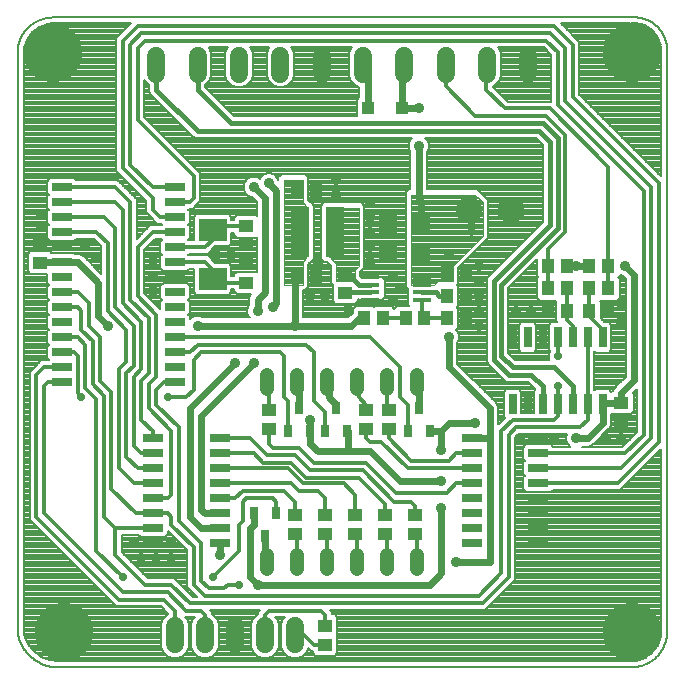
<source format=gtl>
G75*
%MOIN*%
%OFA0B0*%
%FSLAX25Y25*%
%IPPOS*%
%LPD*%
%AMOC8*
5,1,8,0,0,1.08239X$1,22.5*
%
%ADD10C,0.00800*%
%ADD11R,0.05118X0.04331*%
%ADD12R,0.06890X0.02756*%
%ADD13R,0.02756X0.06890*%
%ADD14R,0.04331X0.05118*%
%ADD15C,0.05906*%
%ADD16C,0.04800*%
%ADD17R,0.03150X0.03937*%
%ADD18R,0.06693X0.02559*%
%ADD19R,0.09449X0.07480*%
%ADD20R,0.06496X0.01772*%
%ADD21R,0.06299X0.16535*%
%ADD22R,0.06299X0.07087*%
%ADD23R,0.04331X0.04331*%
%ADD24C,0.08661*%
%ADD25OC8,0.08661*%
%ADD26C,0.03562*%
%ADD27C,0.19685*%
%ADD28C,0.02400*%
%ADD29C,0.00400*%
%ADD30C,0.01200*%
%ADD31C,0.02775*%
%ADD32C,0.01600*%
D10*
X0022335Y0015019D02*
X0022335Y0207933D01*
X0024335Y0207933D02*
X0024456Y0209468D01*
X0025405Y0212387D01*
X0027209Y0214870D01*
X0029692Y0216674D01*
X0032612Y0217623D01*
X0034146Y0217744D01*
X0060010Y0217744D01*
X0055135Y0212870D01*
X0055135Y0168547D01*
X0056424Y0167258D01*
X0065135Y0158547D01*
X0065135Y0154797D01*
X0066424Y0153508D01*
X0068924Y0151008D01*
X0070216Y0151008D01*
X0070516Y0150708D01*
X0070216Y0150408D01*
X0066424Y0150408D01*
X0065135Y0149120D01*
X0062035Y0146020D01*
X0062035Y0159120D01*
X0060747Y0160408D01*
X0055747Y0165408D01*
X0041955Y0165408D01*
X0041276Y0166088D01*
X0033257Y0166088D01*
X0032320Y0165151D01*
X0032320Y0161266D01*
X0032878Y0160708D01*
X0032320Y0160151D01*
X0032320Y0156266D01*
X0032878Y0155708D01*
X0032320Y0155151D01*
X0032320Y0151266D01*
X0032878Y0150708D01*
X0032320Y0150151D01*
X0032320Y0146266D01*
X0033257Y0145329D01*
X0041276Y0145329D01*
X0041955Y0146008D01*
X0047674Y0146008D01*
X0050135Y0143547D01*
X0050135Y0134368D01*
X0044709Y0139794D01*
X0043921Y0140582D01*
X0042892Y0141008D01*
X0041355Y0141008D01*
X0041276Y0141088D01*
X0033795Y0141088D01*
X0033057Y0141826D01*
X0026614Y0141826D01*
X0025676Y0140889D01*
X0025676Y0135233D01*
X0026614Y0134295D01*
X0032320Y0134295D01*
X0032320Y0131266D01*
X0032878Y0130708D01*
X0032320Y0130151D01*
X0032320Y0126266D01*
X0032878Y0125708D01*
X0032320Y0125151D01*
X0032320Y0121266D01*
X0032878Y0120708D01*
X0032320Y0120151D01*
X0032320Y0116266D01*
X0032878Y0115708D01*
X0032320Y0115151D01*
X0032320Y0111266D01*
X0032878Y0110708D01*
X0032320Y0110151D01*
X0032320Y0106266D01*
X0032878Y0105708D01*
X0032578Y0105408D01*
X0030174Y0105408D01*
X0027674Y0102908D01*
X0026385Y0101620D01*
X0026385Y0052297D01*
X0053885Y0024797D01*
X0055174Y0023508D01*
X0070174Y0023508D01*
X0072635Y0021047D01*
X0072635Y0020803D01*
X0072256Y0020646D01*
X0070976Y0019365D01*
X0070283Y0017692D01*
X0070283Y0009975D01*
X0070976Y0008302D01*
X0072256Y0007021D01*
X0073930Y0006328D01*
X0075741Y0006328D01*
X0077414Y0007021D01*
X0078695Y0008302D01*
X0079388Y0009975D01*
X0079388Y0017692D01*
X0078695Y0019365D01*
X0078302Y0019758D01*
X0081369Y0019758D01*
X0080976Y0019365D01*
X0080283Y0017692D01*
X0080283Y0009975D01*
X0080976Y0008302D01*
X0082256Y0007021D01*
X0083930Y0006328D01*
X0085741Y0006328D01*
X0087414Y0007021D01*
X0088695Y0008302D01*
X0089388Y0009975D01*
X0089388Y0017692D01*
X0088695Y0019365D01*
X0087414Y0020646D01*
X0087035Y0020803D01*
X0087035Y0021620D01*
X0086397Y0022258D01*
X0103274Y0022258D01*
X0102635Y0021620D01*
X0102635Y0020803D01*
X0102256Y0020646D01*
X0100976Y0019365D01*
X0100283Y0017692D01*
X0100283Y0009975D01*
X0100976Y0008302D01*
X0102256Y0007021D01*
X0103930Y0006328D01*
X0105741Y0006328D01*
X0107414Y0007021D01*
X0108695Y0008302D01*
X0109388Y0009975D01*
X0109388Y0017692D01*
X0108695Y0019365D01*
X0108302Y0019758D01*
X0111369Y0019758D01*
X0110976Y0019365D01*
X0110283Y0017692D01*
X0110283Y0009975D01*
X0110976Y0008302D01*
X0112256Y0007021D01*
X0113930Y0006328D01*
X0115741Y0006328D01*
X0117414Y0007021D01*
X0118695Y0008302D01*
X0119189Y0009494D01*
X0120174Y0008508D01*
X0120676Y0008508D01*
X0120676Y0007856D01*
X0121614Y0006918D01*
X0128057Y0006918D01*
X0128994Y0007856D01*
X0128994Y0013512D01*
X0128673Y0013833D01*
X0128994Y0014155D01*
X0128994Y0019811D01*
X0128057Y0020748D01*
X0127035Y0020748D01*
X0127035Y0021620D01*
X0126397Y0022258D01*
X0178247Y0022258D01*
X0179535Y0023547D01*
X0188285Y0032297D01*
X0188285Y0079797D01*
X0189497Y0081008D01*
X0205568Y0081008D01*
X0205204Y0080131D01*
X0205204Y0078786D01*
X0205719Y0077543D01*
X0206604Y0076658D01*
X0200843Y0076658D01*
X0200065Y0077436D01*
X0191850Y0077436D01*
X0190913Y0076499D01*
X0190913Y0072418D01*
X0191372Y0071958D01*
X0190913Y0071499D01*
X0190913Y0067418D01*
X0191372Y0066958D01*
X0190913Y0066499D01*
X0190913Y0062418D01*
X0191850Y0061480D01*
X0200065Y0061480D01*
X0200843Y0062258D01*
X0223247Y0062258D01*
X0236871Y0075883D01*
X0236871Y0015019D01*
X0236750Y0013485D01*
X0235802Y0010565D01*
X0233997Y0008082D01*
X0231514Y0006278D01*
X0228595Y0005329D01*
X0227060Y0005208D01*
X0038569Y0005208D01*
X0038446Y0005302D01*
X0037760Y0005208D01*
X0037068Y0005208D01*
X0037006Y0005146D01*
X0036084Y0005081D01*
X0033024Y0005467D01*
X0030168Y0006632D01*
X0027712Y0008497D01*
X0025822Y0010934D01*
X0024626Y0013777D01*
X0024335Y0015200D01*
X0024335Y0207933D01*
X0024335Y0207627D02*
X0055135Y0207627D01*
X0055135Y0206829D02*
X0024335Y0206829D01*
X0024335Y0206030D02*
X0055135Y0206030D01*
X0055135Y0205232D02*
X0024335Y0205232D01*
X0024335Y0204433D02*
X0055135Y0204433D01*
X0055135Y0203635D02*
X0024335Y0203635D01*
X0024335Y0202836D02*
X0055135Y0202836D01*
X0055135Y0202038D02*
X0024335Y0202038D01*
X0024335Y0201239D02*
X0055135Y0201239D01*
X0055135Y0200441D02*
X0024335Y0200441D01*
X0024335Y0199642D02*
X0055135Y0199642D01*
X0055135Y0198844D02*
X0024335Y0198844D01*
X0024335Y0198045D02*
X0055135Y0198045D01*
X0055135Y0197247D02*
X0024335Y0197247D01*
X0024335Y0196448D02*
X0055135Y0196448D01*
X0055135Y0195650D02*
X0024335Y0195650D01*
X0024335Y0194851D02*
X0055135Y0194851D01*
X0055135Y0194053D02*
X0024335Y0194053D01*
X0024335Y0193254D02*
X0055135Y0193254D01*
X0055135Y0192456D02*
X0024335Y0192456D01*
X0024335Y0191657D02*
X0055135Y0191657D01*
X0055135Y0190858D02*
X0024335Y0190858D01*
X0024335Y0190060D02*
X0055135Y0190060D01*
X0055135Y0189261D02*
X0024335Y0189261D01*
X0024335Y0188463D02*
X0055135Y0188463D01*
X0055135Y0187664D02*
X0024335Y0187664D01*
X0024335Y0186866D02*
X0055135Y0186866D01*
X0055135Y0186067D02*
X0024335Y0186067D01*
X0024335Y0185269D02*
X0055135Y0185269D01*
X0055135Y0184470D02*
X0024335Y0184470D01*
X0024335Y0183672D02*
X0055135Y0183672D01*
X0055135Y0182873D02*
X0024335Y0182873D01*
X0024335Y0182075D02*
X0055135Y0182075D01*
X0055135Y0181276D02*
X0024335Y0181276D01*
X0024335Y0180478D02*
X0055135Y0180478D01*
X0055135Y0179679D02*
X0024335Y0179679D01*
X0024335Y0178881D02*
X0055135Y0178881D01*
X0055135Y0178082D02*
X0024335Y0178082D01*
X0024335Y0177284D02*
X0055135Y0177284D01*
X0055135Y0176485D02*
X0024335Y0176485D01*
X0024335Y0175687D02*
X0055135Y0175687D01*
X0055135Y0174888D02*
X0024335Y0174888D01*
X0024335Y0174090D02*
X0055135Y0174090D01*
X0055135Y0173291D02*
X0024335Y0173291D01*
X0024335Y0172493D02*
X0055135Y0172493D01*
X0055135Y0171694D02*
X0024335Y0171694D01*
X0024335Y0170896D02*
X0055135Y0170896D01*
X0055135Y0170097D02*
X0024335Y0170097D01*
X0024335Y0169299D02*
X0055135Y0169299D01*
X0055182Y0168500D02*
X0024335Y0168500D01*
X0024335Y0167702D02*
X0055981Y0167702D01*
X0056779Y0166903D02*
X0024335Y0166903D01*
X0024335Y0166105D02*
X0057578Y0166105D01*
X0058376Y0165306D02*
X0055849Y0165306D01*
X0056647Y0164508D02*
X0059175Y0164508D01*
X0059973Y0163709D02*
X0057446Y0163709D01*
X0058244Y0162911D02*
X0060772Y0162911D01*
X0061570Y0162112D02*
X0059043Y0162112D01*
X0059841Y0161314D02*
X0062369Y0161314D01*
X0063167Y0160515D02*
X0060640Y0160515D01*
X0061438Y0159717D02*
X0063966Y0159717D01*
X0064764Y0158918D02*
X0062035Y0158918D01*
X0062035Y0158120D02*
X0065135Y0158120D01*
X0065135Y0157321D02*
X0062035Y0157321D01*
X0062035Y0156523D02*
X0065135Y0156523D01*
X0065135Y0155724D02*
X0062035Y0155724D01*
X0062035Y0154925D02*
X0065135Y0154925D01*
X0065805Y0154127D02*
X0062035Y0154127D01*
X0062035Y0153328D02*
X0066604Y0153328D01*
X0067403Y0152530D02*
X0062035Y0152530D01*
X0062035Y0151731D02*
X0068201Y0151731D01*
X0070291Y0150933D02*
X0062035Y0150933D01*
X0062035Y0150134D02*
X0066150Y0150134D01*
X0065352Y0149336D02*
X0062035Y0149336D01*
X0062035Y0148537D02*
X0064553Y0148537D01*
X0063755Y0147739D02*
X0062035Y0147739D01*
X0062035Y0146940D02*
X0062956Y0146940D01*
X0062158Y0146142D02*
X0062035Y0146142D01*
X0064535Y0142297D02*
X0068247Y0146008D01*
X0070216Y0146008D01*
X0070516Y0145708D01*
X0069958Y0145151D01*
X0069958Y0141266D01*
X0070516Y0140708D01*
X0069958Y0140151D01*
X0069958Y0136266D01*
X0070895Y0135329D01*
X0078914Y0135329D01*
X0079593Y0136008D01*
X0081011Y0136008D01*
X0081011Y0128235D01*
X0081948Y0127297D01*
X0092723Y0127297D01*
X0093660Y0128235D01*
X0093660Y0129109D01*
X0094426Y0129109D01*
X0094426Y0128481D01*
X0095364Y0127543D01*
X0100211Y0127543D01*
X0099962Y0127294D01*
X0099535Y0126265D01*
X0099535Y0123940D01*
X0099469Y0123874D01*
X0098954Y0122631D01*
X0098954Y0121286D01*
X0099469Y0120043D01*
X0099754Y0119758D01*
X0084317Y0119758D01*
X0084251Y0119825D01*
X0083008Y0120339D01*
X0081663Y0120339D01*
X0080420Y0119825D01*
X0079851Y0119255D01*
X0079851Y0120151D01*
X0079293Y0120708D01*
X0079851Y0121266D01*
X0079851Y0125151D01*
X0079293Y0125708D01*
X0079851Y0126266D01*
X0079851Y0130151D01*
X0078914Y0131088D01*
X0070895Y0131088D01*
X0069958Y0130151D01*
X0069958Y0126266D01*
X0070516Y0125708D01*
X0069958Y0125151D01*
X0069958Y0122447D01*
X0064535Y0127870D01*
X0064535Y0142297D01*
X0064535Y0142149D02*
X0069958Y0142149D01*
X0069958Y0141351D02*
X0064535Y0141351D01*
X0064535Y0140552D02*
X0070360Y0140552D01*
X0069958Y0139754D02*
X0064535Y0139754D01*
X0064535Y0138955D02*
X0069958Y0138955D01*
X0069958Y0138157D02*
X0064535Y0138157D01*
X0064535Y0137358D02*
X0069958Y0137358D01*
X0069958Y0136560D02*
X0064535Y0136560D01*
X0064535Y0135761D02*
X0070463Y0135761D01*
X0070777Y0130970D02*
X0064535Y0130970D01*
X0064535Y0130172D02*
X0069979Y0130172D01*
X0069958Y0129373D02*
X0064535Y0129373D01*
X0064535Y0128575D02*
X0069958Y0128575D01*
X0069958Y0127776D02*
X0064629Y0127776D01*
X0065427Y0126978D02*
X0069958Y0126978D01*
X0070045Y0126179D02*
X0066226Y0126179D01*
X0067024Y0125381D02*
X0070188Y0125381D01*
X0069958Y0124582D02*
X0067823Y0124582D01*
X0068621Y0123784D02*
X0069958Y0123784D01*
X0069958Y0122985D02*
X0069420Y0122985D01*
X0064535Y0131769D02*
X0081011Y0131769D01*
X0081011Y0132567D02*
X0064535Y0132567D01*
X0064535Y0133366D02*
X0081011Y0133366D01*
X0081011Y0134164D02*
X0064535Y0134164D01*
X0064535Y0134963D02*
X0081011Y0134963D01*
X0081011Y0135761D02*
X0079346Y0135761D01*
X0079593Y0140408D02*
X0079293Y0140708D01*
X0079593Y0141008D01*
X0085747Y0141008D01*
X0088177Y0143439D01*
X0092723Y0143439D01*
X0093660Y0144376D01*
X0093660Y0147908D01*
X0094426Y0147908D01*
X0094426Y0147280D01*
X0095364Y0146343D01*
X0101807Y0146343D01*
X0102035Y0146571D01*
X0102035Y0134846D01*
X0101807Y0135074D01*
X0095364Y0135074D01*
X0094426Y0134137D01*
X0094426Y0133509D01*
X0093660Y0133509D01*
X0093660Y0137040D01*
X0092723Y0137978D01*
X0088177Y0137978D01*
X0085747Y0140408D01*
X0079593Y0140408D01*
X0079449Y0140552D02*
X0102035Y0140552D01*
X0102035Y0139754D02*
X0086401Y0139754D01*
X0087200Y0138955D02*
X0102035Y0138955D01*
X0102035Y0138157D02*
X0087998Y0138157D01*
X0086089Y0141351D02*
X0102035Y0141351D01*
X0102035Y0142149D02*
X0086888Y0142149D01*
X0087686Y0142948D02*
X0102035Y0142948D01*
X0102035Y0143746D02*
X0093030Y0143746D01*
X0093660Y0144545D02*
X0102035Y0144545D01*
X0102035Y0145343D02*
X0093660Y0145343D01*
X0093660Y0146142D02*
X0102035Y0146142D01*
X0094766Y0146940D02*
X0093660Y0146940D01*
X0093660Y0147739D02*
X0094426Y0147739D01*
X0094426Y0152308D02*
X0093660Y0152308D01*
X0093660Y0153182D01*
X0092723Y0154119D01*
X0081948Y0154119D01*
X0081011Y0153182D01*
X0081011Y0145408D01*
X0079593Y0145408D01*
X0079293Y0145708D01*
X0079851Y0146266D01*
X0079851Y0150151D01*
X0079293Y0150708D01*
X0079851Y0151266D01*
X0079851Y0155151D01*
X0079293Y0155708D01*
X0079593Y0156008D01*
X0080747Y0156008D01*
X0081997Y0157258D01*
X0083285Y0158547D01*
X0083285Y0167870D01*
X0064535Y0186620D01*
X0064535Y0198947D01*
X0064736Y0198464D01*
X0066016Y0197183D01*
X0066185Y0197113D01*
X0066185Y0195231D01*
X0066551Y0194349D01*
X0067226Y0193674D01*
X0080976Y0179924D01*
X0081858Y0179558D01*
X0153904Y0179558D01*
X0153219Y0178874D01*
X0152704Y0177631D01*
X0152704Y0176286D01*
X0153219Y0175043D01*
X0153285Y0174977D01*
X0153285Y0162508D01*
X0152840Y0162508D01*
X0151785Y0161454D01*
X0151785Y0129963D01*
X0152399Y0129349D01*
X0152399Y0124160D01*
X0152941Y0123617D01*
X0148858Y0123617D01*
X0147960Y0122720D01*
X0147063Y0123617D01*
X0141407Y0123617D01*
X0141085Y0123296D01*
X0140764Y0123617D01*
X0135108Y0123617D01*
X0134170Y0122680D01*
X0134170Y0121503D01*
X0133712Y0121044D01*
X0132426Y0119758D01*
X0117635Y0119758D01*
X0117635Y0128908D01*
X0118081Y0128908D01*
X0118222Y0129049D01*
X0118264Y0129049D01*
X0119201Y0129987D01*
X0119201Y0136430D01*
X0119135Y0136496D01*
X0119135Y0137463D01*
X0120013Y0138341D01*
X0120242Y0138341D01*
X0121180Y0139278D01*
X0121180Y0157139D01*
X0120242Y0158076D01*
X0120013Y0158076D01*
X0119331Y0158758D01*
X0119201Y0158888D01*
X0119201Y0165180D01*
X0119135Y0165246D01*
X0119135Y0166454D01*
X0118081Y0167508D01*
X0110340Y0167508D01*
X0109285Y0166454D01*
X0109285Y0165568D01*
X0108952Y0166374D01*
X0108001Y0167325D01*
X0106758Y0167839D01*
X0105413Y0167839D01*
X0104170Y0167325D01*
X0103219Y0166374D01*
X0103068Y0166008D01*
X0103001Y0166075D01*
X0101758Y0166589D01*
X0100413Y0166589D01*
X0099170Y0166075D01*
X0098219Y0165124D01*
X0097704Y0163881D01*
X0097704Y0162536D01*
X0098219Y0161293D01*
X0099170Y0160342D01*
X0100413Y0159827D01*
X0100507Y0159827D01*
X0102035Y0158299D01*
X0102035Y0153645D01*
X0101807Y0153873D01*
X0095364Y0153873D01*
X0094426Y0152936D01*
X0094426Y0152308D01*
X0094426Y0152530D02*
X0093660Y0152530D01*
X0093513Y0153328D02*
X0094819Y0153328D01*
X0102035Y0154127D02*
X0079851Y0154127D01*
X0079851Y0154925D02*
X0102035Y0154925D01*
X0102035Y0155724D02*
X0079309Y0155724D01*
X0081261Y0156523D02*
X0102035Y0156523D01*
X0102035Y0157321D02*
X0082059Y0157321D01*
X0082858Y0158120D02*
X0102035Y0158120D01*
X0101416Y0158918D02*
X0083285Y0158918D01*
X0083285Y0159717D02*
X0100617Y0159717D01*
X0098997Y0160515D02*
X0083285Y0160515D01*
X0083285Y0161314D02*
X0098211Y0161314D01*
X0097880Y0162112D02*
X0083285Y0162112D01*
X0083285Y0162911D02*
X0097704Y0162911D01*
X0097704Y0163709D02*
X0083285Y0163709D01*
X0083285Y0164508D02*
X0097964Y0164508D01*
X0098402Y0165306D02*
X0083285Y0165306D01*
X0083285Y0166105D02*
X0099243Y0166105D01*
X0102928Y0166105D02*
X0103108Y0166105D01*
X0103749Y0166903D02*
X0083285Y0166903D01*
X0083285Y0167702D02*
X0105080Y0167702D01*
X0107091Y0167702D02*
X0153285Y0167702D01*
X0153285Y0168500D02*
X0082655Y0168500D01*
X0081856Y0169299D02*
X0153285Y0169299D01*
X0153285Y0170097D02*
X0081058Y0170097D01*
X0080259Y0170896D02*
X0153285Y0170896D01*
X0153285Y0171694D02*
X0079461Y0171694D01*
X0078662Y0172493D02*
X0153285Y0172493D01*
X0153285Y0173291D02*
X0077864Y0173291D01*
X0077065Y0174090D02*
X0153285Y0174090D01*
X0153285Y0174888D02*
X0076267Y0174888D01*
X0075468Y0175687D02*
X0152952Y0175687D01*
X0152704Y0176485D02*
X0074670Y0176485D01*
X0073871Y0177284D02*
X0152704Y0177284D01*
X0152891Y0178082D02*
X0073073Y0178082D01*
X0072274Y0178881D02*
X0153226Y0178881D01*
X0158267Y0179558D02*
X0195091Y0179558D01*
X0197435Y0177214D01*
X0197435Y0151702D01*
X0179051Y0133318D01*
X0178685Y0132436D01*
X0178685Y0105231D01*
X0179051Y0104349D01*
X0179726Y0103674D01*
X0184726Y0098674D01*
X0185608Y0098308D01*
X0192591Y0098308D01*
X0194935Y0095964D01*
X0194935Y0095522D01*
X0194357Y0094944D01*
X0194357Y0087908D01*
X0190313Y0087908D01*
X0190313Y0094944D01*
X0189376Y0095881D01*
X0185295Y0095881D01*
X0184357Y0094944D01*
X0184357Y0086729D01*
X0184801Y0086285D01*
X0182674Y0084158D01*
X0182635Y0084120D01*
X0182635Y0090015D01*
X0182209Y0091044D01*
X0181421Y0091832D01*
X0168885Y0104368D01*
X0168885Y0111227D01*
X0168952Y0111293D01*
X0169467Y0112536D01*
X0169467Y0113881D01*
X0168952Y0115124D01*
X0168520Y0115555D01*
X0169201Y0116237D01*
X0169201Y0122680D01*
X0168673Y0123208D01*
X0169201Y0123737D01*
X0169201Y0130180D01*
X0168673Y0130708D01*
X0169201Y0131237D01*
X0169201Y0136278D01*
X0179135Y0146213D01*
X0179135Y0158954D01*
X0178081Y0160008D01*
X0175581Y0162508D01*
X0158885Y0162508D01*
X0158885Y0174977D01*
X0158952Y0175043D01*
X0159467Y0176286D01*
X0159467Y0177631D01*
X0158952Y0178874D01*
X0158267Y0179558D01*
X0158945Y0178881D02*
X0195769Y0178881D01*
X0196567Y0178082D02*
X0159280Y0178082D01*
X0159467Y0177284D02*
X0197366Y0177284D01*
X0197435Y0176485D02*
X0159467Y0176485D01*
X0159218Y0175687D02*
X0197435Y0175687D01*
X0197435Y0174888D02*
X0158885Y0174888D01*
X0158885Y0174090D02*
X0197435Y0174090D01*
X0197435Y0173291D02*
X0158885Y0173291D01*
X0158885Y0172493D02*
X0197435Y0172493D01*
X0197435Y0171694D02*
X0158885Y0171694D01*
X0158885Y0170896D02*
X0197435Y0170896D01*
X0197435Y0170097D02*
X0158885Y0170097D01*
X0158885Y0169299D02*
X0197435Y0169299D01*
X0197435Y0168500D02*
X0158885Y0168500D01*
X0158885Y0167702D02*
X0197435Y0167702D01*
X0197435Y0166903D02*
X0158885Y0166903D01*
X0158885Y0166105D02*
X0197435Y0166105D01*
X0197435Y0165306D02*
X0158885Y0165306D01*
X0158885Y0164508D02*
X0197435Y0164508D01*
X0197435Y0163709D02*
X0158885Y0163709D01*
X0158885Y0162911D02*
X0197435Y0162911D01*
X0197435Y0162112D02*
X0175977Y0162112D01*
X0176776Y0161314D02*
X0197435Y0161314D01*
X0197435Y0160515D02*
X0177574Y0160515D01*
X0178373Y0159717D02*
X0197435Y0159717D01*
X0197435Y0158918D02*
X0179135Y0158918D01*
X0179135Y0158120D02*
X0197435Y0158120D01*
X0197435Y0157321D02*
X0179135Y0157321D01*
X0179135Y0156523D02*
X0197435Y0156523D01*
X0197435Y0155724D02*
X0179135Y0155724D01*
X0179135Y0154925D02*
X0197435Y0154925D01*
X0197435Y0154127D02*
X0179135Y0154127D01*
X0179135Y0153328D02*
X0197435Y0153328D01*
X0197435Y0152530D02*
X0179135Y0152530D01*
X0179135Y0151731D02*
X0197435Y0151731D01*
X0196666Y0150933D02*
X0179135Y0150933D01*
X0179135Y0150134D02*
X0195867Y0150134D01*
X0195069Y0149336D02*
X0179135Y0149336D01*
X0179135Y0148537D02*
X0194270Y0148537D01*
X0193472Y0147739D02*
X0179135Y0147739D01*
X0179135Y0146940D02*
X0192673Y0146940D01*
X0191875Y0146142D02*
X0179065Y0146142D01*
X0178266Y0145343D02*
X0191076Y0145343D01*
X0190278Y0144545D02*
X0177468Y0144545D01*
X0176669Y0143746D02*
X0189479Y0143746D01*
X0188681Y0142948D02*
X0175870Y0142948D01*
X0175072Y0142149D02*
X0187882Y0142149D01*
X0187084Y0141351D02*
X0174273Y0141351D01*
X0173475Y0140552D02*
X0186285Y0140552D01*
X0185487Y0139754D02*
X0172676Y0139754D01*
X0171878Y0138955D02*
X0184688Y0138955D01*
X0183890Y0138157D02*
X0171079Y0138157D01*
X0170281Y0137358D02*
X0183091Y0137358D01*
X0182293Y0136560D02*
X0169482Y0136560D01*
X0169201Y0135761D02*
X0181494Y0135761D01*
X0180696Y0134963D02*
X0169201Y0134963D01*
X0169201Y0134164D02*
X0179897Y0134164D01*
X0179099Y0133366D02*
X0169201Y0133366D01*
X0169201Y0132567D02*
X0178740Y0132567D01*
X0178685Y0131769D02*
X0169201Y0131769D01*
X0168935Y0130970D02*
X0178685Y0130970D01*
X0178685Y0130172D02*
X0169201Y0130172D01*
X0169201Y0129373D02*
X0178685Y0129373D01*
X0178685Y0128575D02*
X0169201Y0128575D01*
X0169201Y0127776D02*
X0178685Y0127776D01*
X0178685Y0126978D02*
X0169201Y0126978D01*
X0169201Y0126179D02*
X0178685Y0126179D01*
X0178685Y0125381D02*
X0169201Y0125381D01*
X0169201Y0124582D02*
X0178685Y0124582D01*
X0178685Y0123784D02*
X0169201Y0123784D01*
X0168896Y0122985D02*
X0178685Y0122985D01*
X0178685Y0122187D02*
X0169201Y0122187D01*
X0169201Y0121388D02*
X0178685Y0121388D01*
X0178685Y0120589D02*
X0169201Y0120589D01*
X0169201Y0119791D02*
X0178685Y0119791D01*
X0178685Y0118992D02*
X0169201Y0118992D01*
X0169201Y0118194D02*
X0178685Y0118194D01*
X0178685Y0117395D02*
X0169201Y0117395D01*
X0169201Y0116597D02*
X0178685Y0116597D01*
X0178685Y0115798D02*
X0168763Y0115798D01*
X0169003Y0115000D02*
X0178685Y0115000D01*
X0178685Y0114201D02*
X0169334Y0114201D01*
X0169467Y0113403D02*
X0178685Y0113403D01*
X0178685Y0112604D02*
X0169467Y0112604D01*
X0169164Y0111806D02*
X0178685Y0111806D01*
X0178685Y0111007D02*
X0168885Y0111007D01*
X0168885Y0110209D02*
X0178685Y0110209D01*
X0178685Y0109410D02*
X0168885Y0109410D01*
X0168885Y0108612D02*
X0178685Y0108612D01*
X0178685Y0107813D02*
X0168885Y0107813D01*
X0168885Y0107015D02*
X0178685Y0107015D01*
X0178685Y0106216D02*
X0168885Y0106216D01*
X0168885Y0105418D02*
X0178685Y0105418D01*
X0178939Y0104619D02*
X0168885Y0104619D01*
X0169433Y0103821D02*
X0179579Y0103821D01*
X0180377Y0103022D02*
X0170231Y0103022D01*
X0171030Y0102224D02*
X0181176Y0102224D01*
X0181974Y0101425D02*
X0171828Y0101425D01*
X0172627Y0100627D02*
X0182773Y0100627D01*
X0183571Y0099828D02*
X0173425Y0099828D01*
X0174224Y0099030D02*
X0184370Y0099030D01*
X0185249Y0095836D02*
X0177418Y0095836D01*
X0176619Y0096634D02*
X0194265Y0096634D01*
X0194935Y0095836D02*
X0189422Y0095836D01*
X0190220Y0095037D02*
X0194451Y0095037D01*
X0194357Y0094239D02*
X0190313Y0094239D01*
X0190313Y0093440D02*
X0194357Y0093440D01*
X0194357Y0092642D02*
X0190313Y0092642D01*
X0190313Y0091843D02*
X0194357Y0091843D01*
X0194357Y0091045D02*
X0190313Y0091045D01*
X0190313Y0090246D02*
X0194357Y0090246D01*
X0194357Y0089448D02*
X0190313Y0089448D01*
X0190313Y0088649D02*
X0194357Y0088649D01*
X0189152Y0080664D02*
X0205425Y0080664D01*
X0205204Y0079865D02*
X0188354Y0079865D01*
X0188285Y0079067D02*
X0205204Y0079067D01*
X0205419Y0078268D02*
X0188285Y0078268D01*
X0188285Y0077470D02*
X0205792Y0077470D01*
X0206591Y0076671D02*
X0200830Y0076671D01*
X0210567Y0076658D02*
X0223924Y0076658D01*
X0228885Y0081620D01*
X0228885Y0095799D01*
X0227509Y0094422D01*
X0227744Y0094186D01*
X0227744Y0088530D01*
X0226807Y0087593D01*
X0220364Y0087593D01*
X0220313Y0087643D01*
X0220313Y0086729D01*
X0220135Y0086551D01*
X0220135Y0083901D01*
X0219709Y0082872D01*
X0218921Y0082085D01*
X0218921Y0082085D01*
X0214709Y0077872D01*
X0214709Y0077872D01*
X0213921Y0077085D01*
X0212892Y0076658D01*
X0210567Y0076658D01*
X0210567Y0076658D01*
X0212924Y0076671D02*
X0223937Y0076671D01*
X0224736Y0077470D02*
X0214307Y0077470D01*
X0215105Y0078268D02*
X0225534Y0078268D01*
X0226333Y0079067D02*
X0215904Y0079067D01*
X0216702Y0079865D02*
X0227131Y0079865D01*
X0227930Y0080664D02*
X0217501Y0080664D01*
X0218299Y0081462D02*
X0228728Y0081462D01*
X0228885Y0082261D02*
X0219098Y0082261D01*
X0219787Y0083059D02*
X0228885Y0083059D01*
X0228885Y0083858D02*
X0220117Y0083858D01*
X0220135Y0084656D02*
X0228885Y0084656D01*
X0228885Y0085455D02*
X0220135Y0085455D01*
X0220135Y0086254D02*
X0228885Y0086254D01*
X0228885Y0087052D02*
X0220313Y0087052D01*
X0227065Y0087851D02*
X0228885Y0087851D01*
X0228885Y0088649D02*
X0227744Y0088649D01*
X0227744Y0089448D02*
X0228885Y0089448D01*
X0228885Y0090246D02*
X0227744Y0090246D01*
X0227744Y0091045D02*
X0228885Y0091045D01*
X0228885Y0091843D02*
X0227744Y0091843D01*
X0227744Y0092642D02*
X0228885Y0092642D01*
X0228885Y0093440D02*
X0227744Y0093440D01*
X0227692Y0094239D02*
X0228885Y0094239D01*
X0228885Y0095037D02*
X0228124Y0095037D01*
X0224197Y0099030D02*
X0214535Y0099030D01*
X0214535Y0099828D02*
X0224996Y0099828D01*
X0225160Y0099993D02*
X0221999Y0096832D01*
X0221212Y0096044D01*
X0220830Y0095123D01*
X0220364Y0095123D01*
X0220249Y0095008D01*
X0219376Y0095881D01*
X0215295Y0095881D01*
X0214835Y0095422D01*
X0214535Y0095722D01*
X0214535Y0108195D01*
X0214835Y0108495D01*
X0215295Y0108035D01*
X0219376Y0108035D01*
X0220313Y0108973D01*
X0220313Y0117188D01*
X0219376Y0118125D01*
X0218030Y0118125D01*
X0216701Y0119454D01*
X0216701Y0125180D01*
X0216582Y0125299D01*
X0222063Y0125299D01*
X0223000Y0126237D01*
X0223000Y0132680D01*
X0222472Y0133208D01*
X0223000Y0133737D01*
X0223000Y0134059D01*
X0224163Y0133577D01*
X0224257Y0133577D01*
X0225160Y0132674D01*
X0225160Y0099993D01*
X0225160Y0100627D02*
X0214535Y0100627D01*
X0214535Y0101425D02*
X0225160Y0101425D01*
X0225160Y0102224D02*
X0214535Y0102224D01*
X0214535Y0103022D02*
X0225160Y0103022D01*
X0225160Y0103821D02*
X0214535Y0103821D01*
X0214535Y0104619D02*
X0225160Y0104619D01*
X0225160Y0105418D02*
X0214535Y0105418D01*
X0214535Y0106216D02*
X0225160Y0106216D01*
X0225160Y0107015D02*
X0214535Y0107015D01*
X0214535Y0107813D02*
X0225160Y0107813D01*
X0225160Y0108612D02*
X0219952Y0108612D01*
X0220313Y0109410D02*
X0225160Y0109410D01*
X0225160Y0110209D02*
X0220313Y0110209D01*
X0220313Y0111007D02*
X0225160Y0111007D01*
X0225160Y0111806D02*
X0220313Y0111806D01*
X0220313Y0112604D02*
X0225160Y0112604D01*
X0225160Y0113403D02*
X0220313Y0113403D01*
X0220313Y0114201D02*
X0225160Y0114201D01*
X0225160Y0115000D02*
X0220313Y0115000D01*
X0220313Y0115798D02*
X0225160Y0115798D01*
X0225160Y0116597D02*
X0220313Y0116597D01*
X0220106Y0117395D02*
X0225160Y0117395D01*
X0225160Y0118194D02*
X0217961Y0118194D01*
X0217163Y0118992D02*
X0225160Y0118992D01*
X0225160Y0119791D02*
X0216701Y0119791D01*
X0216701Y0120589D02*
X0225160Y0120589D01*
X0225160Y0121388D02*
X0216701Y0121388D01*
X0216701Y0122187D02*
X0225160Y0122187D01*
X0225160Y0122985D02*
X0216701Y0122985D01*
X0216701Y0123784D02*
X0225160Y0123784D01*
X0225160Y0124582D02*
X0216701Y0124582D01*
X0222144Y0125381D02*
X0225160Y0125381D01*
X0225160Y0126179D02*
X0222943Y0126179D01*
X0223000Y0126978D02*
X0225160Y0126978D01*
X0225160Y0127776D02*
X0223000Y0127776D01*
X0223000Y0128575D02*
X0225160Y0128575D01*
X0225160Y0129373D02*
X0223000Y0129373D01*
X0223000Y0130172D02*
X0225160Y0130172D01*
X0225160Y0130970D02*
X0223000Y0130970D01*
X0223000Y0131769D02*
X0225160Y0131769D01*
X0225160Y0132567D02*
X0223000Y0132567D01*
X0222630Y0133366D02*
X0224468Y0133366D01*
X0201839Y0125299D02*
X0201720Y0125180D01*
X0201720Y0118737D01*
X0202331Y0118125D01*
X0200295Y0118125D01*
X0199357Y0117188D01*
X0199357Y0108973D01*
X0199767Y0108563D01*
X0199348Y0107553D01*
X0199348Y0106364D01*
X0199661Y0105608D01*
X0188330Y0105608D01*
X0185985Y0107952D01*
X0185985Y0129714D01*
X0195420Y0139149D01*
X0195420Y0133737D01*
X0195949Y0133208D01*
X0195420Y0132680D01*
X0195420Y0126237D01*
X0196358Y0125299D01*
X0201839Y0125299D01*
X0201720Y0124582D02*
X0185985Y0124582D01*
X0185985Y0123784D02*
X0201720Y0123784D01*
X0201720Y0122985D02*
X0185985Y0122985D01*
X0185985Y0122187D02*
X0201720Y0122187D01*
X0201720Y0121388D02*
X0185985Y0121388D01*
X0185985Y0120589D02*
X0201720Y0120589D01*
X0201720Y0119791D02*
X0185985Y0119791D01*
X0185985Y0118992D02*
X0201720Y0118992D01*
X0202262Y0118194D02*
X0185985Y0118194D01*
X0185985Y0117395D02*
X0189565Y0117395D01*
X0189357Y0117188D02*
X0190295Y0118125D01*
X0194376Y0118125D01*
X0195313Y0117188D01*
X0195313Y0108973D01*
X0194376Y0108035D01*
X0190295Y0108035D01*
X0189357Y0108973D01*
X0189357Y0117188D01*
X0189357Y0116597D02*
X0185985Y0116597D01*
X0185985Y0115798D02*
X0189357Y0115798D01*
X0189357Y0115000D02*
X0185985Y0115000D01*
X0185985Y0114201D02*
X0189357Y0114201D01*
X0189357Y0113403D02*
X0185985Y0113403D01*
X0185985Y0112604D02*
X0189357Y0112604D01*
X0189357Y0111806D02*
X0185985Y0111806D01*
X0185985Y0111007D02*
X0189357Y0111007D01*
X0189357Y0110209D02*
X0185985Y0110209D01*
X0185985Y0109410D02*
X0189357Y0109410D01*
X0189718Y0108612D02*
X0185985Y0108612D01*
X0186125Y0107813D02*
X0199456Y0107813D01*
X0199348Y0107015D02*
X0186923Y0107015D01*
X0187722Y0106216D02*
X0199409Y0106216D01*
X0199718Y0108612D02*
X0194952Y0108612D01*
X0195313Y0109410D02*
X0199357Y0109410D01*
X0199357Y0110209D02*
X0195313Y0110209D01*
X0195313Y0111007D02*
X0199357Y0111007D01*
X0199357Y0111806D02*
X0195313Y0111806D01*
X0195313Y0112604D02*
X0199357Y0112604D01*
X0199357Y0113403D02*
X0195313Y0113403D01*
X0195313Y0114201D02*
X0199357Y0114201D01*
X0199357Y0115000D02*
X0195313Y0115000D01*
X0195313Y0115798D02*
X0199357Y0115798D01*
X0199357Y0116597D02*
X0195313Y0116597D01*
X0195106Y0117395D02*
X0199565Y0117395D01*
X0196276Y0125381D02*
X0185985Y0125381D01*
X0185985Y0126179D02*
X0195478Y0126179D01*
X0195420Y0126978D02*
X0185985Y0126978D01*
X0185985Y0127776D02*
X0195420Y0127776D01*
X0195420Y0128575D02*
X0185985Y0128575D01*
X0185985Y0129373D02*
X0195420Y0129373D01*
X0195420Y0130172D02*
X0186443Y0130172D01*
X0187241Y0130970D02*
X0195420Y0130970D01*
X0195420Y0131769D02*
X0188040Y0131769D01*
X0188838Y0132567D02*
X0195420Y0132567D01*
X0195791Y0133366D02*
X0189637Y0133366D01*
X0190435Y0134164D02*
X0195420Y0134164D01*
X0195420Y0134963D02*
X0191234Y0134963D01*
X0192032Y0135761D02*
X0195420Y0135761D01*
X0195420Y0136560D02*
X0192831Y0136560D01*
X0193629Y0137358D02*
X0195420Y0137358D01*
X0195420Y0138157D02*
X0194428Y0138157D01*
X0195226Y0138955D02*
X0195420Y0138955D01*
X0230364Y0173291D02*
X0236871Y0173291D01*
X0236871Y0172493D02*
X0231162Y0172493D01*
X0231961Y0171694D02*
X0236871Y0171694D01*
X0236871Y0170896D02*
X0232759Y0170896D01*
X0233558Y0170097D02*
X0236871Y0170097D01*
X0236871Y0169299D02*
X0234356Y0169299D01*
X0235155Y0168500D02*
X0236871Y0168500D01*
X0236871Y0167702D02*
X0235953Y0167702D01*
X0236752Y0166903D02*
X0236871Y0166903D01*
X0236871Y0166784D02*
X0209535Y0194120D01*
X0209535Y0211620D01*
X0236394Y0211620D01*
X0236649Y0211016D02*
X0236871Y0209680D01*
X0236871Y0166784D01*
X0236871Y0174090D02*
X0229565Y0174090D01*
X0228767Y0174888D02*
X0236871Y0174888D01*
X0236871Y0175687D02*
X0227968Y0175687D01*
X0227170Y0176485D02*
X0236871Y0176485D01*
X0236871Y0177284D02*
X0226371Y0177284D01*
X0225573Y0178082D02*
X0236871Y0178082D01*
X0236871Y0178881D02*
X0224774Y0178881D01*
X0223976Y0179679D02*
X0236871Y0179679D01*
X0236871Y0180478D02*
X0223177Y0180478D01*
X0222379Y0181276D02*
X0236871Y0181276D01*
X0236871Y0182075D02*
X0221580Y0182075D01*
X0220782Y0182873D02*
X0236871Y0182873D01*
X0236871Y0183672D02*
X0219983Y0183672D01*
X0219185Y0184470D02*
X0236871Y0184470D01*
X0236871Y0185269D02*
X0218386Y0185269D01*
X0217588Y0186067D02*
X0236871Y0186067D01*
X0236871Y0186866D02*
X0216789Y0186866D01*
X0215991Y0187664D02*
X0236871Y0187664D01*
X0236871Y0188463D02*
X0215192Y0188463D01*
X0214394Y0189261D02*
X0236871Y0189261D01*
X0236871Y0190060D02*
X0213595Y0190060D01*
X0212797Y0190858D02*
X0236871Y0190858D01*
X0236871Y0191657D02*
X0211998Y0191657D01*
X0211199Y0192456D02*
X0236871Y0192456D01*
X0236871Y0193254D02*
X0210401Y0193254D01*
X0209602Y0194053D02*
X0236871Y0194053D01*
X0236871Y0194851D02*
X0209535Y0194851D01*
X0209535Y0195650D02*
X0236871Y0195650D01*
X0236871Y0196448D02*
X0209535Y0196448D01*
X0209535Y0197247D02*
X0236871Y0197247D01*
X0236871Y0198045D02*
X0209535Y0198045D01*
X0209535Y0198844D02*
X0236871Y0198844D01*
X0236871Y0199642D02*
X0209535Y0199642D01*
X0209535Y0200441D02*
X0236871Y0200441D01*
X0236871Y0201239D02*
X0209535Y0201239D01*
X0209535Y0202038D02*
X0236871Y0202038D01*
X0236871Y0202836D02*
X0209535Y0202836D01*
X0209535Y0203635D02*
X0236871Y0203635D01*
X0236871Y0204433D02*
X0209535Y0204433D01*
X0209535Y0205232D02*
X0236871Y0205232D01*
X0236871Y0206030D02*
X0209535Y0206030D01*
X0209535Y0206829D02*
X0236871Y0206829D01*
X0236871Y0207627D02*
X0209535Y0207627D01*
X0209535Y0208426D02*
X0236871Y0208426D01*
X0236871Y0209224D02*
X0209535Y0209224D01*
X0209535Y0210023D02*
X0236814Y0210023D01*
X0236681Y0210821D02*
X0209535Y0210821D01*
X0209535Y0211620D02*
X0203411Y0217744D01*
X0226330Y0217744D01*
X0226406Y0217680D01*
X0227146Y0217744D01*
X0227888Y0217744D01*
X0227901Y0217756D01*
X0228630Y0217762D01*
X0231347Y0217131D01*
X0233736Y0215691D01*
X0235563Y0213584D01*
X0236649Y0211016D01*
X0236056Y0212418D02*
X0208737Y0212418D01*
X0207938Y0213217D02*
X0235718Y0213217D01*
X0235189Y0214015D02*
X0207140Y0214015D01*
X0206341Y0214814D02*
X0234497Y0214814D01*
X0233804Y0215612D02*
X0205543Y0215612D01*
X0204744Y0216411D02*
X0232542Y0216411D01*
X0231009Y0217209D02*
X0203946Y0217209D01*
X0197674Y0209758D02*
X0200135Y0207297D01*
X0200135Y0191658D01*
X0185747Y0191658D01*
X0180785Y0196620D01*
X0180785Y0196924D01*
X0181410Y0197183D01*
X0182691Y0198464D01*
X0183384Y0200137D01*
X0183384Y0207854D01*
X0182691Y0209527D01*
X0182460Y0209758D01*
X0197674Y0209758D01*
X0198208Y0209224D02*
X0182817Y0209224D01*
X0183147Y0208426D02*
X0199007Y0208426D01*
X0199805Y0207627D02*
X0183384Y0207627D01*
X0183384Y0206829D02*
X0200135Y0206829D01*
X0200135Y0206030D02*
X0183384Y0206030D01*
X0183384Y0205232D02*
X0200135Y0205232D01*
X0200135Y0204433D02*
X0183384Y0204433D01*
X0183384Y0203635D02*
X0200135Y0203635D01*
X0200135Y0202836D02*
X0183384Y0202836D01*
X0183384Y0202038D02*
X0200135Y0202038D01*
X0200135Y0201239D02*
X0183384Y0201239D01*
X0183384Y0200441D02*
X0200135Y0200441D01*
X0200135Y0199642D02*
X0183179Y0199642D01*
X0182848Y0198844D02*
X0200135Y0198844D01*
X0200135Y0198045D02*
X0182272Y0198045D01*
X0181474Y0197247D02*
X0200135Y0197247D01*
X0200135Y0196448D02*
X0180957Y0196448D01*
X0181755Y0195650D02*
X0200135Y0195650D01*
X0200135Y0194851D02*
X0182554Y0194851D01*
X0183352Y0194053D02*
X0200135Y0194053D01*
X0200135Y0193254D02*
X0184151Y0193254D01*
X0184949Y0192456D02*
X0200135Y0192456D01*
X0227059Y0219744D02*
X0227323Y0219763D01*
X0227586Y0219776D01*
X0227850Y0219783D01*
X0228113Y0219783D01*
X0228377Y0219777D01*
X0228640Y0219765D01*
X0228904Y0219746D01*
X0229166Y0219721D01*
X0229428Y0219690D01*
X0229689Y0219652D01*
X0229949Y0219608D01*
X0230208Y0219558D01*
X0230466Y0219501D01*
X0230722Y0219438D01*
X0230976Y0219369D01*
X0231229Y0219294D01*
X0231480Y0219213D01*
X0231729Y0219126D01*
X0231976Y0219033D01*
X0232220Y0218934D01*
X0232462Y0218829D01*
X0232701Y0218718D01*
X0232938Y0218601D01*
X0233172Y0218479D01*
X0233402Y0218351D01*
X0233630Y0218218D01*
X0233854Y0218079D01*
X0234075Y0217935D01*
X0234292Y0217785D01*
X0234506Y0217631D01*
X0234716Y0217471D01*
X0234921Y0217306D01*
X0235123Y0217136D01*
X0235321Y0216962D01*
X0235514Y0216782D01*
X0235703Y0216598D01*
X0235888Y0216410D01*
X0236068Y0216217D01*
X0236243Y0216020D01*
X0236413Y0215818D01*
X0236579Y0215613D01*
X0236739Y0215404D01*
X0236894Y0215191D01*
X0237045Y0214974D01*
X0237189Y0214753D01*
X0237329Y0214530D01*
X0237463Y0214302D01*
X0237591Y0214072D01*
X0237714Y0213839D01*
X0237832Y0213602D01*
X0237943Y0213363D01*
X0238049Y0213122D01*
X0238149Y0212878D01*
X0238242Y0212631D01*
X0238330Y0212383D01*
X0238412Y0212132D01*
X0238488Y0211879D01*
X0238558Y0211625D01*
X0238621Y0211369D01*
X0238678Y0211111D01*
X0238729Y0210853D01*
X0238774Y0210593D01*
X0238813Y0210332D01*
X0238845Y0210070D01*
X0238871Y0209808D01*
X0238871Y0015019D01*
X0236871Y0015186D02*
X0128994Y0015186D01*
X0128994Y0015985D02*
X0236871Y0015985D01*
X0236871Y0016783D02*
X0128994Y0016783D01*
X0128994Y0017582D02*
X0236871Y0017582D01*
X0236871Y0018380D02*
X0128994Y0018380D01*
X0128994Y0019179D02*
X0236871Y0019179D01*
X0236871Y0019977D02*
X0128828Y0019977D01*
X0127035Y0020776D02*
X0236871Y0020776D01*
X0236871Y0021574D02*
X0127035Y0021574D01*
X0128994Y0014387D02*
X0236821Y0014387D01*
X0236758Y0013589D02*
X0128917Y0013589D01*
X0128994Y0012790D02*
X0236525Y0012790D01*
X0236265Y0011992D02*
X0128994Y0011992D01*
X0128994Y0011193D02*
X0236006Y0011193D01*
X0235678Y0010395D02*
X0128994Y0010395D01*
X0128994Y0009596D02*
X0235098Y0009596D01*
X0234517Y0008798D02*
X0128994Y0008798D01*
X0128994Y0007999D02*
X0233884Y0007999D01*
X0232785Y0007201D02*
X0128340Y0007201D01*
X0121331Y0007201D02*
X0117594Y0007201D01*
X0118393Y0007999D02*
X0120676Y0007999D01*
X0119885Y0008798D02*
X0118901Y0008798D01*
X0115921Y0006402D02*
X0231686Y0006402D01*
X0229440Y0005604D02*
X0032689Y0005604D01*
X0030732Y0006402D02*
X0073750Y0006402D01*
X0072077Y0007201D02*
X0029419Y0007201D01*
X0028367Y0007999D02*
X0071278Y0007999D01*
X0070770Y0008798D02*
X0027478Y0008798D01*
X0026859Y0009596D02*
X0070439Y0009596D01*
X0070283Y0010395D02*
X0026239Y0010395D01*
X0025712Y0011193D02*
X0070283Y0011193D01*
X0070283Y0011992D02*
X0025377Y0011992D01*
X0025041Y0012790D02*
X0070283Y0012790D01*
X0070283Y0013589D02*
X0024705Y0013589D01*
X0024502Y0014387D02*
X0070283Y0014387D01*
X0070283Y0015186D02*
X0024338Y0015186D01*
X0024335Y0015985D02*
X0070283Y0015985D01*
X0070283Y0016783D02*
X0024335Y0016783D01*
X0024335Y0017582D02*
X0070283Y0017582D01*
X0070568Y0018380D02*
X0024335Y0018380D01*
X0024335Y0019179D02*
X0070899Y0019179D01*
X0071588Y0019977D02*
X0024335Y0019977D01*
X0024335Y0020776D02*
X0072570Y0020776D01*
X0072108Y0021574D02*
X0024335Y0021574D01*
X0024335Y0022373D02*
X0071310Y0022373D01*
X0070511Y0023171D02*
X0024335Y0023171D01*
X0024335Y0023970D02*
X0054713Y0023970D01*
X0053914Y0024768D02*
X0024335Y0024768D01*
X0024335Y0025567D02*
X0053116Y0025567D01*
X0052317Y0026365D02*
X0024335Y0026365D01*
X0024335Y0027164D02*
X0051519Y0027164D01*
X0050720Y0027962D02*
X0024335Y0027962D01*
X0024335Y0028761D02*
X0049922Y0028761D01*
X0049123Y0029559D02*
X0024335Y0029559D01*
X0024335Y0030358D02*
X0048325Y0030358D01*
X0047526Y0031156D02*
X0024335Y0031156D01*
X0024335Y0031955D02*
X0046728Y0031955D01*
X0045929Y0032753D02*
X0024335Y0032753D01*
X0024335Y0033552D02*
X0045131Y0033552D01*
X0044332Y0034350D02*
X0024335Y0034350D01*
X0024335Y0035149D02*
X0043534Y0035149D01*
X0042735Y0035947D02*
X0024335Y0035947D01*
X0024335Y0036746D02*
X0041937Y0036746D01*
X0041138Y0037544D02*
X0024335Y0037544D01*
X0024335Y0038343D02*
X0040340Y0038343D01*
X0039541Y0039141D02*
X0024335Y0039141D01*
X0024335Y0039940D02*
X0038743Y0039940D01*
X0037944Y0040738D02*
X0024335Y0040738D01*
X0024335Y0041537D02*
X0037146Y0041537D01*
X0036347Y0042335D02*
X0024335Y0042335D01*
X0024335Y0043134D02*
X0035549Y0043134D01*
X0034750Y0043932D02*
X0024335Y0043932D01*
X0024335Y0044731D02*
X0033952Y0044731D01*
X0033153Y0045529D02*
X0024335Y0045529D01*
X0024335Y0046328D02*
X0032355Y0046328D01*
X0031556Y0047126D02*
X0024335Y0047126D01*
X0024335Y0047925D02*
X0030758Y0047925D01*
X0029959Y0048723D02*
X0024335Y0048723D01*
X0024335Y0049522D02*
X0029160Y0049522D01*
X0028362Y0050320D02*
X0024335Y0050320D01*
X0024335Y0051119D02*
X0027563Y0051119D01*
X0026765Y0051918D02*
X0024335Y0051918D01*
X0024335Y0052716D02*
X0026385Y0052716D01*
X0026385Y0053515D02*
X0024335Y0053515D01*
X0024335Y0054313D02*
X0026385Y0054313D01*
X0026385Y0055112D02*
X0024335Y0055112D01*
X0024335Y0055910D02*
X0026385Y0055910D01*
X0026385Y0056709D02*
X0024335Y0056709D01*
X0024335Y0057507D02*
X0026385Y0057507D01*
X0026385Y0058306D02*
X0024335Y0058306D01*
X0024335Y0059104D02*
X0026385Y0059104D01*
X0026385Y0059903D02*
X0024335Y0059903D01*
X0024335Y0060701D02*
X0026385Y0060701D01*
X0026385Y0061500D02*
X0024335Y0061500D01*
X0024335Y0062298D02*
X0026385Y0062298D01*
X0026385Y0063097D02*
X0024335Y0063097D01*
X0024335Y0063895D02*
X0026385Y0063895D01*
X0026385Y0064694D02*
X0024335Y0064694D01*
X0024335Y0065492D02*
X0026385Y0065492D01*
X0026385Y0066291D02*
X0024335Y0066291D01*
X0024335Y0067089D02*
X0026385Y0067089D01*
X0026385Y0067888D02*
X0024335Y0067888D01*
X0024335Y0068686D02*
X0026385Y0068686D01*
X0026385Y0069485D02*
X0024335Y0069485D01*
X0024335Y0070283D02*
X0026385Y0070283D01*
X0026385Y0071082D02*
X0024335Y0071082D01*
X0024335Y0071880D02*
X0026385Y0071880D01*
X0026385Y0072679D02*
X0024335Y0072679D01*
X0024335Y0073477D02*
X0026385Y0073477D01*
X0026385Y0074276D02*
X0024335Y0074276D01*
X0024335Y0075074D02*
X0026385Y0075074D01*
X0026385Y0075873D02*
X0024335Y0075873D01*
X0024335Y0076671D02*
X0026385Y0076671D01*
X0026385Y0077470D02*
X0024335Y0077470D01*
X0024335Y0078268D02*
X0026385Y0078268D01*
X0026385Y0079067D02*
X0024335Y0079067D01*
X0024335Y0079865D02*
X0026385Y0079865D01*
X0026385Y0080664D02*
X0024335Y0080664D01*
X0024335Y0081462D02*
X0026385Y0081462D01*
X0026385Y0082261D02*
X0024335Y0082261D01*
X0024335Y0083059D02*
X0026385Y0083059D01*
X0026385Y0083858D02*
X0024335Y0083858D01*
X0024335Y0084656D02*
X0026385Y0084656D01*
X0026385Y0085455D02*
X0024335Y0085455D01*
X0024335Y0086254D02*
X0026385Y0086254D01*
X0026385Y0087052D02*
X0024335Y0087052D01*
X0024335Y0087851D02*
X0026385Y0087851D01*
X0026385Y0088649D02*
X0024335Y0088649D01*
X0024335Y0089448D02*
X0026385Y0089448D01*
X0026385Y0090246D02*
X0024335Y0090246D01*
X0024335Y0091045D02*
X0026385Y0091045D01*
X0026385Y0091843D02*
X0024335Y0091843D01*
X0024335Y0092642D02*
X0026385Y0092642D01*
X0026385Y0093440D02*
X0024335Y0093440D01*
X0024335Y0094239D02*
X0026385Y0094239D01*
X0026385Y0095037D02*
X0024335Y0095037D01*
X0024335Y0095836D02*
X0026385Y0095836D01*
X0026385Y0096634D02*
X0024335Y0096634D01*
X0024335Y0097433D02*
X0026385Y0097433D01*
X0026385Y0098231D02*
X0024335Y0098231D01*
X0024335Y0099030D02*
X0026385Y0099030D01*
X0026385Y0099828D02*
X0024335Y0099828D01*
X0024335Y0100627D02*
X0026385Y0100627D01*
X0026385Y0101425D02*
X0024335Y0101425D01*
X0024335Y0102224D02*
X0026990Y0102224D01*
X0027788Y0103022D02*
X0024335Y0103022D01*
X0024335Y0103821D02*
X0028587Y0103821D01*
X0029385Y0104619D02*
X0024335Y0104619D01*
X0024335Y0105418D02*
X0032587Y0105418D01*
X0032370Y0106216D02*
X0024335Y0106216D01*
X0024335Y0107015D02*
X0032320Y0107015D01*
X0032320Y0107813D02*
X0024335Y0107813D01*
X0024335Y0108612D02*
X0032320Y0108612D01*
X0032320Y0109410D02*
X0024335Y0109410D01*
X0024335Y0110209D02*
X0032378Y0110209D01*
X0032579Y0111007D02*
X0024335Y0111007D01*
X0024335Y0111806D02*
X0032320Y0111806D01*
X0032320Y0112604D02*
X0024335Y0112604D01*
X0024335Y0113403D02*
X0032320Y0113403D01*
X0032320Y0114201D02*
X0024335Y0114201D01*
X0024335Y0115000D02*
X0032320Y0115000D01*
X0032788Y0115798D02*
X0024335Y0115798D01*
X0024335Y0116597D02*
X0032320Y0116597D01*
X0032320Y0117395D02*
X0024335Y0117395D01*
X0024335Y0118194D02*
X0032320Y0118194D01*
X0032320Y0118992D02*
X0024335Y0118992D01*
X0024335Y0119791D02*
X0032320Y0119791D01*
X0032759Y0120589D02*
X0024335Y0120589D01*
X0024335Y0121388D02*
X0032320Y0121388D01*
X0032320Y0122187D02*
X0024335Y0122187D01*
X0024335Y0122985D02*
X0032320Y0122985D01*
X0032320Y0123784D02*
X0024335Y0123784D01*
X0024335Y0124582D02*
X0032320Y0124582D01*
X0032550Y0125381D02*
X0024335Y0125381D01*
X0024335Y0126179D02*
X0032407Y0126179D01*
X0032320Y0126978D02*
X0024335Y0126978D01*
X0024335Y0127776D02*
X0032320Y0127776D01*
X0032320Y0128575D02*
X0024335Y0128575D01*
X0024335Y0129373D02*
X0032320Y0129373D01*
X0032341Y0130172D02*
X0024335Y0130172D01*
X0024335Y0130970D02*
X0032616Y0130970D01*
X0032320Y0131769D02*
X0024335Y0131769D01*
X0024335Y0132567D02*
X0032320Y0132567D01*
X0032320Y0133366D02*
X0024335Y0133366D01*
X0024335Y0134164D02*
X0032320Y0134164D01*
X0033532Y0141351D02*
X0050135Y0141351D01*
X0050135Y0142149D02*
X0024335Y0142149D01*
X0024335Y0141351D02*
X0026138Y0141351D01*
X0025676Y0140552D02*
X0024335Y0140552D01*
X0024335Y0139754D02*
X0025676Y0139754D01*
X0025676Y0138955D02*
X0024335Y0138955D01*
X0024335Y0138157D02*
X0025676Y0138157D01*
X0025676Y0137358D02*
X0024335Y0137358D01*
X0024335Y0136560D02*
X0025676Y0136560D01*
X0025676Y0135761D02*
X0024335Y0135761D01*
X0024335Y0134963D02*
X0025946Y0134963D01*
X0024335Y0142948D02*
X0050135Y0142948D01*
X0049936Y0143746D02*
X0024335Y0143746D01*
X0024335Y0144545D02*
X0049138Y0144545D01*
X0048339Y0145343D02*
X0041290Y0145343D01*
X0043951Y0140552D02*
X0050135Y0140552D01*
X0050135Y0139754D02*
X0044750Y0139754D01*
X0045548Y0138955D02*
X0050135Y0138955D01*
X0050135Y0138157D02*
X0046347Y0138157D01*
X0047145Y0137358D02*
X0050135Y0137358D01*
X0050135Y0136560D02*
X0047944Y0136560D01*
X0048742Y0135761D02*
X0050135Y0135761D01*
X0050135Y0134963D02*
X0049541Y0134963D01*
X0065186Y0142948D02*
X0069958Y0142948D01*
X0069958Y0143746D02*
X0065985Y0143746D01*
X0066783Y0144545D02*
X0069958Y0144545D01*
X0070151Y0145343D02*
X0067582Y0145343D01*
X0079727Y0146142D02*
X0081011Y0146142D01*
X0081011Y0146940D02*
X0079851Y0146940D01*
X0079851Y0147739D02*
X0081011Y0147739D01*
X0081011Y0148537D02*
X0079851Y0148537D01*
X0079851Y0149336D02*
X0081011Y0149336D01*
X0081011Y0150134D02*
X0079851Y0150134D01*
X0079518Y0150933D02*
X0081011Y0150933D01*
X0081011Y0151731D02*
X0079851Y0151731D01*
X0079851Y0152530D02*
X0081011Y0152530D01*
X0081157Y0153328D02*
X0079851Y0153328D01*
X0093342Y0137358D02*
X0102035Y0137358D01*
X0102035Y0136560D02*
X0093660Y0136560D01*
X0093660Y0135761D02*
X0102035Y0135761D01*
X0102035Y0134963D02*
X0101919Y0134963D01*
X0095252Y0134963D02*
X0093660Y0134963D01*
X0093660Y0134164D02*
X0094454Y0134164D01*
X0094426Y0128575D02*
X0093660Y0128575D01*
X0093201Y0127776D02*
X0095131Y0127776D01*
X0099535Y0126179D02*
X0079764Y0126179D01*
X0079851Y0126978D02*
X0099830Y0126978D01*
X0099535Y0125381D02*
X0079621Y0125381D01*
X0079851Y0124582D02*
X0099535Y0124582D01*
X0099432Y0123784D02*
X0079851Y0123784D01*
X0079851Y0122985D02*
X0099101Y0122985D01*
X0098954Y0122187D02*
X0079851Y0122187D01*
X0079851Y0121388D02*
X0098954Y0121388D01*
X0099243Y0120589D02*
X0079412Y0120589D01*
X0079851Y0119791D02*
X0080386Y0119791D01*
X0084284Y0119791D02*
X0099721Y0119791D01*
X0117635Y0119791D02*
X0132458Y0119791D01*
X0133257Y0120589D02*
X0117635Y0120589D01*
X0117635Y0121388D02*
X0134055Y0121388D01*
X0134170Y0122187D02*
X0117635Y0122187D01*
X0117635Y0122985D02*
X0134475Y0122985D01*
X0134730Y0124187D02*
X0135668Y0125124D01*
X0135668Y0125808D01*
X0135927Y0125808D01*
X0136013Y0125723D01*
X0143835Y0125723D01*
X0144772Y0126660D01*
X0144772Y0132257D01*
X0143835Y0133194D01*
X0136994Y0133194D01*
X0136635Y0133552D01*
X0136635Y0134963D01*
X0137885Y0136213D01*
X0137885Y0157079D01*
X0136831Y0158133D01*
X0125340Y0158133D01*
X0125283Y0158076D01*
X0124429Y0158076D01*
X0123491Y0157139D01*
X0123491Y0139278D01*
X0124429Y0138341D01*
X0125283Y0138341D01*
X0125340Y0138283D01*
X0126785Y0136838D01*
X0126785Y0131213D01*
X0127350Y0130649D01*
X0127350Y0125124D01*
X0128287Y0124187D01*
X0134730Y0124187D01*
X0135125Y0124582D02*
X0152399Y0124582D01*
X0152399Y0125381D02*
X0135668Y0125381D01*
X0127892Y0124582D02*
X0117635Y0124582D01*
X0117635Y0123784D02*
X0152775Y0123784D01*
X0152399Y0126179D02*
X0144291Y0126179D01*
X0144772Y0126978D02*
X0152399Y0126978D01*
X0152399Y0127776D02*
X0144772Y0127776D01*
X0144772Y0128575D02*
X0152399Y0128575D01*
X0152375Y0129373D02*
X0144772Y0129373D01*
X0144772Y0130172D02*
X0151785Y0130172D01*
X0151785Y0130970D02*
X0144772Y0130970D01*
X0144772Y0131769D02*
X0151785Y0131769D01*
X0151785Y0132567D02*
X0144462Y0132567D01*
X0151785Y0133366D02*
X0136822Y0133366D01*
X0136635Y0134164D02*
X0151785Y0134164D01*
X0151785Y0134963D02*
X0136635Y0134963D01*
X0137434Y0135761D02*
X0151785Y0135761D01*
X0151785Y0136560D02*
X0137885Y0136560D01*
X0137885Y0137358D02*
X0151785Y0137358D01*
X0151785Y0138157D02*
X0137885Y0138157D01*
X0137885Y0138955D02*
X0151785Y0138955D01*
X0151785Y0139754D02*
X0137885Y0139754D01*
X0137885Y0140552D02*
X0151785Y0140552D01*
X0151785Y0141351D02*
X0137885Y0141351D01*
X0137885Y0142149D02*
X0151785Y0142149D01*
X0151785Y0142948D02*
X0137885Y0142948D01*
X0137885Y0143746D02*
X0151785Y0143746D01*
X0151785Y0144545D02*
X0137885Y0144545D01*
X0137885Y0145343D02*
X0151785Y0145343D01*
X0151785Y0146142D02*
X0137885Y0146142D01*
X0137885Y0146940D02*
X0151785Y0146940D01*
X0151785Y0147739D02*
X0137885Y0147739D01*
X0137885Y0148537D02*
X0151785Y0148537D01*
X0151785Y0149336D02*
X0137885Y0149336D01*
X0137885Y0150134D02*
X0151785Y0150134D01*
X0151785Y0150933D02*
X0137885Y0150933D01*
X0137885Y0151731D02*
X0151785Y0151731D01*
X0151785Y0152530D02*
X0137885Y0152530D01*
X0137885Y0153328D02*
X0151785Y0153328D01*
X0151785Y0154127D02*
X0137885Y0154127D01*
X0137885Y0154925D02*
X0151785Y0154925D01*
X0151785Y0155724D02*
X0137885Y0155724D01*
X0137885Y0156523D02*
X0151785Y0156523D01*
X0151785Y0157321D02*
X0137643Y0157321D01*
X0136845Y0158120D02*
X0151785Y0158120D01*
X0151785Y0158918D02*
X0119201Y0158918D01*
X0119201Y0159717D02*
X0151785Y0159717D01*
X0151785Y0160515D02*
X0119201Y0160515D01*
X0119201Y0161314D02*
X0151785Y0161314D01*
X0152444Y0162112D02*
X0119201Y0162112D01*
X0119201Y0162911D02*
X0153285Y0162911D01*
X0153285Y0163709D02*
X0119201Y0163709D01*
X0119201Y0164508D02*
X0153285Y0164508D01*
X0153285Y0165306D02*
X0119135Y0165306D01*
X0119135Y0166105D02*
X0153285Y0166105D01*
X0153285Y0166903D02*
X0118686Y0166903D01*
X0119970Y0158120D02*
X0125326Y0158120D01*
X0123674Y0157321D02*
X0120997Y0157321D01*
X0121180Y0156523D02*
X0123491Y0156523D01*
X0123491Y0155724D02*
X0121180Y0155724D01*
X0121180Y0154925D02*
X0123491Y0154925D01*
X0123491Y0154127D02*
X0121180Y0154127D01*
X0121180Y0153328D02*
X0123491Y0153328D01*
X0123491Y0152530D02*
X0121180Y0152530D01*
X0121180Y0151731D02*
X0123491Y0151731D01*
X0123491Y0150933D02*
X0121180Y0150933D01*
X0121180Y0150134D02*
X0123491Y0150134D01*
X0123491Y0149336D02*
X0121180Y0149336D01*
X0121180Y0148537D02*
X0123491Y0148537D01*
X0123491Y0147739D02*
X0121180Y0147739D01*
X0121180Y0146940D02*
X0123491Y0146940D01*
X0123491Y0146142D02*
X0121180Y0146142D01*
X0121180Y0145343D02*
X0123491Y0145343D01*
X0123491Y0144545D02*
X0121180Y0144545D01*
X0121180Y0143746D02*
X0123491Y0143746D01*
X0123491Y0142948D02*
X0121180Y0142948D01*
X0121180Y0142149D02*
X0123491Y0142149D01*
X0123491Y0141351D02*
X0121180Y0141351D01*
X0121180Y0140552D02*
X0123491Y0140552D01*
X0123491Y0139754D02*
X0121180Y0139754D01*
X0120857Y0138955D02*
X0123814Y0138955D01*
X0125466Y0138157D02*
X0119829Y0138157D01*
X0119135Y0137358D02*
X0126265Y0137358D01*
X0126785Y0136560D02*
X0119135Y0136560D01*
X0119201Y0135761D02*
X0126785Y0135761D01*
X0126785Y0134963D02*
X0119201Y0134963D01*
X0119201Y0134164D02*
X0126785Y0134164D01*
X0126785Y0133366D02*
X0119201Y0133366D01*
X0119201Y0132567D02*
X0126785Y0132567D01*
X0126785Y0131769D02*
X0119201Y0131769D01*
X0119201Y0130970D02*
X0127028Y0130970D01*
X0127350Y0130172D02*
X0119201Y0130172D01*
X0118588Y0129373D02*
X0127350Y0129373D01*
X0127350Y0128575D02*
X0117635Y0128575D01*
X0117635Y0127776D02*
X0127350Y0127776D01*
X0127350Y0126978D02*
X0117635Y0126978D01*
X0117635Y0126179D02*
X0127350Y0126179D01*
X0127350Y0125381D02*
X0117635Y0125381D01*
X0147695Y0122985D02*
X0148225Y0122985D01*
X0175022Y0098231D02*
X0192668Y0098231D01*
X0193467Y0097433D02*
X0175821Y0097433D01*
X0178216Y0095037D02*
X0184451Y0095037D01*
X0184357Y0094239D02*
X0179015Y0094239D01*
X0179813Y0093440D02*
X0184357Y0093440D01*
X0184357Y0092642D02*
X0180612Y0092642D01*
X0181410Y0091843D02*
X0184357Y0091843D01*
X0184357Y0091045D02*
X0182209Y0091045D01*
X0182540Y0090246D02*
X0184357Y0090246D01*
X0184357Y0089448D02*
X0182635Y0089448D01*
X0182635Y0088649D02*
X0184357Y0088649D01*
X0184357Y0087851D02*
X0182635Y0087851D01*
X0182635Y0087052D02*
X0184357Y0087052D01*
X0184769Y0086254D02*
X0182635Y0086254D01*
X0182635Y0085455D02*
X0183971Y0085455D01*
X0183172Y0084656D02*
X0182635Y0084656D01*
X0188285Y0076671D02*
X0191085Y0076671D01*
X0190913Y0075873D02*
X0188285Y0075873D01*
X0188285Y0075074D02*
X0190913Y0075074D01*
X0190913Y0074276D02*
X0188285Y0074276D01*
X0188285Y0073477D02*
X0190913Y0073477D01*
X0190913Y0072679D02*
X0188285Y0072679D01*
X0188285Y0071880D02*
X0191294Y0071880D01*
X0190913Y0071082D02*
X0188285Y0071082D01*
X0188285Y0070283D02*
X0190913Y0070283D01*
X0190913Y0069485D02*
X0188285Y0069485D01*
X0188285Y0068686D02*
X0190913Y0068686D01*
X0190913Y0067888D02*
X0188285Y0067888D01*
X0188285Y0067089D02*
X0191241Y0067089D01*
X0190913Y0066291D02*
X0188285Y0066291D01*
X0188285Y0065492D02*
X0190913Y0065492D01*
X0190913Y0064694D02*
X0188285Y0064694D01*
X0188285Y0063895D02*
X0190913Y0063895D01*
X0190913Y0063097D02*
X0188285Y0063097D01*
X0188285Y0062298D02*
X0191032Y0062298D01*
X0191831Y0061500D02*
X0188285Y0061500D01*
X0188285Y0060701D02*
X0236871Y0060701D01*
X0236871Y0059903D02*
X0188285Y0059903D01*
X0188285Y0059104D02*
X0236871Y0059104D01*
X0236871Y0058306D02*
X0188285Y0058306D01*
X0188285Y0057507D02*
X0236871Y0057507D01*
X0236871Y0056709D02*
X0188285Y0056709D01*
X0188285Y0055910D02*
X0236871Y0055910D01*
X0236871Y0055112D02*
X0188285Y0055112D01*
X0188285Y0054313D02*
X0236871Y0054313D01*
X0236871Y0053515D02*
X0188285Y0053515D01*
X0188285Y0052716D02*
X0236871Y0052716D01*
X0236871Y0051918D02*
X0188285Y0051918D01*
X0188285Y0051119D02*
X0236871Y0051119D01*
X0236871Y0050320D02*
X0188285Y0050320D01*
X0188285Y0049522D02*
X0236871Y0049522D01*
X0236871Y0048723D02*
X0188285Y0048723D01*
X0188285Y0047925D02*
X0236871Y0047925D01*
X0236871Y0047126D02*
X0188285Y0047126D01*
X0188285Y0046328D02*
X0236871Y0046328D01*
X0236871Y0045529D02*
X0188285Y0045529D01*
X0188285Y0044731D02*
X0236871Y0044731D01*
X0236871Y0043932D02*
X0188285Y0043932D01*
X0188285Y0043134D02*
X0236871Y0043134D01*
X0236871Y0042335D02*
X0188285Y0042335D01*
X0188285Y0041537D02*
X0236871Y0041537D01*
X0236871Y0040738D02*
X0188285Y0040738D01*
X0188285Y0039940D02*
X0236871Y0039940D01*
X0236871Y0039141D02*
X0188285Y0039141D01*
X0188285Y0038343D02*
X0236871Y0038343D01*
X0236871Y0037544D02*
X0188285Y0037544D01*
X0188285Y0036746D02*
X0236871Y0036746D01*
X0236871Y0035947D02*
X0188285Y0035947D01*
X0188285Y0035149D02*
X0236871Y0035149D01*
X0236871Y0034350D02*
X0188285Y0034350D01*
X0188285Y0033552D02*
X0236871Y0033552D01*
X0236871Y0032753D02*
X0188285Y0032753D01*
X0187943Y0031955D02*
X0236871Y0031955D01*
X0236871Y0031156D02*
X0187145Y0031156D01*
X0186346Y0030358D02*
X0236871Y0030358D01*
X0236871Y0029559D02*
X0185548Y0029559D01*
X0184749Y0028761D02*
X0236871Y0028761D01*
X0236871Y0027962D02*
X0183951Y0027962D01*
X0183152Y0027164D02*
X0236871Y0027164D01*
X0236871Y0026365D02*
X0182354Y0026365D01*
X0181555Y0025567D02*
X0236871Y0025567D01*
X0236871Y0024768D02*
X0180756Y0024768D01*
X0179958Y0023970D02*
X0236871Y0023970D01*
X0236871Y0023171D02*
X0179159Y0023171D01*
X0178361Y0022373D02*
X0236871Y0022373D01*
X0238871Y0015019D02*
X0238868Y0014734D01*
X0238857Y0014448D01*
X0238840Y0014163D01*
X0238816Y0013879D01*
X0238785Y0013595D01*
X0238747Y0013312D01*
X0238702Y0013031D01*
X0238651Y0012750D01*
X0238593Y0012470D01*
X0238528Y0012192D01*
X0238456Y0011916D01*
X0238378Y0011642D01*
X0238293Y0011369D01*
X0238201Y0011099D01*
X0238103Y0010831D01*
X0237999Y0010565D01*
X0237888Y0010302D01*
X0237771Y0010042D01*
X0237648Y0009784D01*
X0237518Y0009530D01*
X0237382Y0009279D01*
X0237241Y0009031D01*
X0237093Y0008787D01*
X0236940Y0008546D01*
X0236780Y0008310D01*
X0236615Y0008077D01*
X0236445Y0007848D01*
X0236269Y0007623D01*
X0236087Y0007403D01*
X0235901Y0007187D01*
X0235709Y0006976D01*
X0235512Y0006769D01*
X0235310Y0006567D01*
X0235103Y0006370D01*
X0234892Y0006178D01*
X0234676Y0005992D01*
X0234456Y0005810D01*
X0234231Y0005634D01*
X0234002Y0005464D01*
X0233769Y0005299D01*
X0233533Y0005139D01*
X0233292Y0004986D01*
X0233048Y0004838D01*
X0232800Y0004697D01*
X0232549Y0004561D01*
X0232295Y0004431D01*
X0232037Y0004308D01*
X0231777Y0004191D01*
X0231514Y0004080D01*
X0231248Y0003976D01*
X0230980Y0003878D01*
X0230710Y0003786D01*
X0230437Y0003701D01*
X0230163Y0003623D01*
X0229887Y0003551D01*
X0229609Y0003486D01*
X0229329Y0003428D01*
X0229048Y0003377D01*
X0228767Y0003332D01*
X0228484Y0003294D01*
X0228200Y0003263D01*
X0227916Y0003239D01*
X0227631Y0003222D01*
X0227345Y0003211D01*
X0227060Y0003208D01*
X0037896Y0003208D01*
X0037560Y0003166D01*
X0037222Y0003132D01*
X0036884Y0003107D01*
X0036546Y0003090D01*
X0036207Y0003081D01*
X0035868Y0003081D01*
X0035529Y0003089D01*
X0035190Y0003105D01*
X0034852Y0003130D01*
X0034514Y0003162D01*
X0034178Y0003204D01*
X0033842Y0003253D01*
X0033508Y0003310D01*
X0033176Y0003376D01*
X0032845Y0003450D01*
X0032516Y0003532D01*
X0032189Y0003622D01*
X0031864Y0003720D01*
X0031542Y0003826D01*
X0031223Y0003940D01*
X0030907Y0004062D01*
X0030593Y0004191D01*
X0030283Y0004328D01*
X0029976Y0004473D01*
X0029673Y0004625D01*
X0029374Y0004784D01*
X0029079Y0004951D01*
X0028788Y0005125D01*
X0028501Y0005306D01*
X0028219Y0005494D01*
X0027942Y0005689D01*
X0027669Y0005891D01*
X0027402Y0006099D01*
X0027139Y0006314D01*
X0026882Y0006535D01*
X0026631Y0006762D01*
X0026385Y0006996D01*
X0026145Y0007235D01*
X0025911Y0007480D01*
X0025683Y0007731D01*
X0025461Y0007988D01*
X0025246Y0008250D01*
X0025037Y0008517D01*
X0024835Y0008789D01*
X0024639Y0009066D01*
X0024451Y0009347D01*
X0024269Y0009634D01*
X0024094Y0009924D01*
X0023927Y0010219D01*
X0023767Y0010518D01*
X0023614Y0010821D01*
X0023468Y0011127D01*
X0023331Y0011437D01*
X0023201Y0011750D01*
X0023078Y0012066D01*
X0022964Y0012385D01*
X0022857Y0012707D01*
X0022758Y0013031D01*
X0022667Y0013358D01*
X0022585Y0013687D01*
X0022510Y0014017D01*
X0022443Y0014350D01*
X0022385Y0014684D01*
X0022335Y0015019D01*
X0057035Y0041620D02*
X0057035Y0047258D01*
X0062578Y0047258D01*
X0063356Y0046480D01*
X0071571Y0046480D01*
X0072508Y0047418D01*
X0072508Y0048674D01*
X0078885Y0042297D01*
X0078885Y0029797D01*
X0082024Y0026658D01*
X0080747Y0026658D01*
X0075785Y0031620D01*
X0074497Y0032908D01*
X0065747Y0032908D01*
X0057035Y0041620D01*
X0057118Y0041537D02*
X0078885Y0041537D01*
X0078885Y0040738D02*
X0057917Y0040738D01*
X0058715Y0039940D02*
X0078885Y0039940D01*
X0078885Y0039141D02*
X0059514Y0039141D01*
X0060312Y0038343D02*
X0078885Y0038343D01*
X0078885Y0037544D02*
X0061111Y0037544D01*
X0061909Y0036746D02*
X0078885Y0036746D01*
X0078885Y0035947D02*
X0062708Y0035947D01*
X0063506Y0035149D02*
X0078885Y0035149D01*
X0078885Y0034350D02*
X0064305Y0034350D01*
X0065103Y0033552D02*
X0078885Y0033552D01*
X0078885Y0032753D02*
X0074652Y0032753D01*
X0075450Y0031955D02*
X0078885Y0031955D01*
X0078885Y0031156D02*
X0076249Y0031156D01*
X0077047Y0030358D02*
X0078885Y0030358D01*
X0079123Y0029559D02*
X0077846Y0029559D01*
X0078644Y0028761D02*
X0079922Y0028761D01*
X0079443Y0027962D02*
X0080720Y0027962D01*
X0080241Y0027164D02*
X0081519Y0027164D01*
X0087035Y0021574D02*
X0102635Y0021574D01*
X0102570Y0020776D02*
X0087101Y0020776D01*
X0088083Y0019977D02*
X0101588Y0019977D01*
X0100899Y0019179D02*
X0088772Y0019179D01*
X0089103Y0018380D02*
X0100568Y0018380D01*
X0100283Y0017582D02*
X0089388Y0017582D01*
X0089388Y0016783D02*
X0100283Y0016783D01*
X0100283Y0015985D02*
X0089388Y0015985D01*
X0089388Y0015186D02*
X0100283Y0015186D01*
X0100283Y0014387D02*
X0089388Y0014387D01*
X0089388Y0013589D02*
X0100283Y0013589D01*
X0100283Y0012790D02*
X0089388Y0012790D01*
X0089388Y0011992D02*
X0100283Y0011992D01*
X0100283Y0011193D02*
X0089388Y0011193D01*
X0089388Y0010395D02*
X0100283Y0010395D01*
X0100439Y0009596D02*
X0089231Y0009596D01*
X0088901Y0008798D02*
X0100770Y0008798D01*
X0101278Y0007999D02*
X0088393Y0007999D01*
X0087594Y0007201D02*
X0102077Y0007201D01*
X0103750Y0006402D02*
X0085921Y0006402D01*
X0083750Y0006402D02*
X0075921Y0006402D01*
X0077594Y0007201D02*
X0082077Y0007201D01*
X0081278Y0007999D02*
X0078393Y0007999D01*
X0078901Y0008798D02*
X0080770Y0008798D01*
X0080439Y0009596D02*
X0079231Y0009596D01*
X0079388Y0010395D02*
X0080283Y0010395D01*
X0080283Y0011193D02*
X0079388Y0011193D01*
X0079388Y0011992D02*
X0080283Y0011992D01*
X0080283Y0012790D02*
X0079388Y0012790D01*
X0079388Y0013589D02*
X0080283Y0013589D01*
X0080283Y0014387D02*
X0079388Y0014387D01*
X0079388Y0015186D02*
X0080283Y0015186D01*
X0080283Y0015985D02*
X0079388Y0015985D01*
X0079388Y0016783D02*
X0080283Y0016783D01*
X0080283Y0017582D02*
X0079388Y0017582D01*
X0079103Y0018380D02*
X0080568Y0018380D01*
X0080899Y0019179D02*
X0078772Y0019179D01*
X0078847Y0042335D02*
X0057035Y0042335D01*
X0057035Y0043134D02*
X0078049Y0043134D01*
X0077250Y0043932D02*
X0057035Y0043932D01*
X0057035Y0044731D02*
X0076452Y0044731D01*
X0075653Y0045529D02*
X0057035Y0045529D01*
X0057035Y0046328D02*
X0074855Y0046328D01*
X0074056Y0047126D02*
X0072217Y0047126D01*
X0072508Y0047925D02*
X0073258Y0047925D01*
X0062710Y0047126D02*
X0057035Y0047126D01*
X0105921Y0006402D02*
X0113750Y0006402D01*
X0112077Y0007201D02*
X0107594Y0007201D01*
X0108393Y0007999D02*
X0111278Y0007999D01*
X0110770Y0008798D02*
X0108901Y0008798D01*
X0109231Y0009596D02*
X0110439Y0009596D01*
X0110283Y0010395D02*
X0109388Y0010395D01*
X0109388Y0011193D02*
X0110283Y0011193D01*
X0110283Y0011992D02*
X0109388Y0011992D01*
X0109388Y0012790D02*
X0110283Y0012790D01*
X0110283Y0013589D02*
X0109388Y0013589D01*
X0109388Y0014387D02*
X0110283Y0014387D01*
X0110283Y0015186D02*
X0109388Y0015186D01*
X0109388Y0015985D02*
X0110283Y0015985D01*
X0110283Y0016783D02*
X0109388Y0016783D01*
X0109388Y0017582D02*
X0110283Y0017582D01*
X0110568Y0018380D02*
X0109103Y0018380D01*
X0108772Y0019179D02*
X0110899Y0019179D01*
X0200084Y0061500D02*
X0236871Y0061500D01*
X0236871Y0062298D02*
X0223287Y0062298D01*
X0224085Y0063097D02*
X0236871Y0063097D01*
X0236871Y0063895D02*
X0224884Y0063895D01*
X0225682Y0064694D02*
X0236871Y0064694D01*
X0236871Y0065492D02*
X0226481Y0065492D01*
X0227279Y0066291D02*
X0236871Y0066291D01*
X0236871Y0067089D02*
X0228078Y0067089D01*
X0228876Y0067888D02*
X0236871Y0067888D01*
X0236871Y0068686D02*
X0229675Y0068686D01*
X0230473Y0069485D02*
X0236871Y0069485D01*
X0236871Y0070283D02*
X0231272Y0070283D01*
X0232070Y0071082D02*
X0236871Y0071082D01*
X0236871Y0071880D02*
X0232869Y0071880D01*
X0233667Y0072679D02*
X0236871Y0072679D01*
X0236871Y0073477D02*
X0234466Y0073477D01*
X0235264Y0074276D02*
X0236871Y0074276D01*
X0236871Y0075074D02*
X0236063Y0075074D01*
X0236861Y0075873D02*
X0236871Y0075873D01*
X0220277Y0095037D02*
X0220220Y0095037D01*
X0219422Y0095836D02*
X0221125Y0095836D01*
X0221801Y0096634D02*
X0214535Y0096634D01*
X0214535Y0095836D02*
X0215249Y0095836D01*
X0214535Y0097433D02*
X0222600Y0097433D01*
X0221999Y0096832D02*
X0221999Y0096832D01*
X0223398Y0098231D02*
X0214535Y0098231D01*
X0135361Y0186858D02*
X0094580Y0186858D01*
X0084735Y0196702D01*
X0084735Y0197093D01*
X0084954Y0197183D01*
X0086234Y0198464D01*
X0086928Y0200137D01*
X0086928Y0207854D01*
X0086234Y0209527D01*
X0086003Y0209758D01*
X0092526Y0209758D01*
X0092295Y0209527D01*
X0091602Y0207854D01*
X0091602Y0200137D01*
X0092295Y0198464D01*
X0093575Y0197183D01*
X0095249Y0196490D01*
X0097060Y0196490D01*
X0098733Y0197183D01*
X0100014Y0198464D01*
X0100707Y0200137D01*
X0100707Y0207854D01*
X0100014Y0209527D01*
X0099783Y0209758D01*
X0106305Y0209758D01*
X0106074Y0209527D01*
X0105381Y0207854D01*
X0105381Y0200137D01*
X0106074Y0198464D01*
X0107355Y0197183D01*
X0109028Y0196490D01*
X0110839Y0196490D01*
X0112513Y0197183D01*
X0113793Y0198464D01*
X0114487Y0200137D01*
X0114487Y0207854D01*
X0113793Y0209527D01*
X0113563Y0209758D01*
X0133864Y0209758D01*
X0133633Y0209527D01*
X0132940Y0207854D01*
X0132940Y0200137D01*
X0133633Y0198464D01*
X0134914Y0197183D01*
X0136327Y0196598D01*
X0136327Y0193224D01*
X0136299Y0193224D01*
X0135361Y0192286D01*
X0135361Y0186858D01*
X0135361Y0186866D02*
X0094572Y0186866D01*
X0093773Y0187664D02*
X0135361Y0187664D01*
X0135361Y0188463D02*
X0092975Y0188463D01*
X0092176Y0189261D02*
X0135361Y0189261D01*
X0135361Y0190060D02*
X0091378Y0190060D01*
X0090579Y0190858D02*
X0135361Y0190858D01*
X0135361Y0191657D02*
X0089781Y0191657D01*
X0088982Y0192456D02*
X0135530Y0192456D01*
X0136327Y0193254D02*
X0088184Y0193254D01*
X0087385Y0194053D02*
X0136327Y0194053D01*
X0136327Y0194851D02*
X0086587Y0194851D01*
X0085788Y0195650D02*
X0136327Y0195650D01*
X0136327Y0196448D02*
X0084990Y0196448D01*
X0085017Y0197247D02*
X0093512Y0197247D01*
X0092714Y0198045D02*
X0085815Y0198045D01*
X0086392Y0198844D02*
X0092137Y0198844D01*
X0091807Y0199642D02*
X0086722Y0199642D01*
X0086928Y0200441D02*
X0091602Y0200441D01*
X0091602Y0201239D02*
X0086928Y0201239D01*
X0086928Y0202038D02*
X0091602Y0202038D01*
X0091602Y0202836D02*
X0086928Y0202836D01*
X0086928Y0203635D02*
X0091602Y0203635D01*
X0091602Y0204433D02*
X0086928Y0204433D01*
X0086928Y0205232D02*
X0091602Y0205232D01*
X0091602Y0206030D02*
X0086928Y0206030D01*
X0086928Y0206829D02*
X0091602Y0206829D01*
X0091602Y0207627D02*
X0086928Y0207627D01*
X0086691Y0208426D02*
X0091838Y0208426D01*
X0092169Y0209224D02*
X0086360Y0209224D01*
X0100140Y0209224D02*
X0105949Y0209224D01*
X0105618Y0208426D02*
X0100470Y0208426D01*
X0100707Y0207627D02*
X0105381Y0207627D01*
X0105381Y0206829D02*
X0100707Y0206829D01*
X0100707Y0206030D02*
X0105381Y0206030D01*
X0105381Y0205232D02*
X0100707Y0205232D01*
X0100707Y0204433D02*
X0105381Y0204433D01*
X0105381Y0203635D02*
X0100707Y0203635D01*
X0100707Y0202836D02*
X0105381Y0202836D01*
X0105381Y0202038D02*
X0100707Y0202038D01*
X0100707Y0201239D02*
X0105381Y0201239D01*
X0105381Y0200441D02*
X0100707Y0200441D01*
X0100502Y0199642D02*
X0105586Y0199642D01*
X0105917Y0198844D02*
X0100171Y0198844D01*
X0099595Y0198045D02*
X0106493Y0198045D01*
X0107292Y0197247D02*
X0098796Y0197247D01*
X0112576Y0197247D02*
X0134851Y0197247D01*
X0134052Y0198045D02*
X0113375Y0198045D01*
X0113951Y0198844D02*
X0133476Y0198844D01*
X0133145Y0199642D02*
X0114281Y0199642D01*
X0114487Y0200441D02*
X0132940Y0200441D01*
X0132940Y0201239D02*
X0114487Y0201239D01*
X0114487Y0202038D02*
X0132940Y0202038D01*
X0132940Y0202836D02*
X0114487Y0202836D01*
X0114487Y0203635D02*
X0132940Y0203635D01*
X0132940Y0204433D02*
X0114487Y0204433D01*
X0114487Y0205232D02*
X0132940Y0205232D01*
X0132940Y0206030D02*
X0114487Y0206030D01*
X0114487Y0206829D02*
X0132940Y0206829D01*
X0132940Y0207627D02*
X0114487Y0207627D01*
X0114250Y0208426D02*
X0133177Y0208426D01*
X0133508Y0209224D02*
X0113919Y0209224D01*
X0081566Y0179679D02*
X0071476Y0179679D01*
X0070677Y0180478D02*
X0080422Y0180478D01*
X0079623Y0181276D02*
X0069879Y0181276D01*
X0069080Y0182075D02*
X0078825Y0182075D01*
X0078026Y0182873D02*
X0068282Y0182873D01*
X0067483Y0183672D02*
X0077228Y0183672D01*
X0076429Y0184470D02*
X0066685Y0184470D01*
X0065886Y0185269D02*
X0075631Y0185269D01*
X0074832Y0186067D02*
X0065088Y0186067D01*
X0064535Y0186866D02*
X0074034Y0186866D01*
X0073235Y0187664D02*
X0064535Y0187664D01*
X0064535Y0188463D02*
X0072437Y0188463D01*
X0071638Y0189261D02*
X0064535Y0189261D01*
X0064535Y0190060D02*
X0070840Y0190060D01*
X0070041Y0190858D02*
X0064535Y0190858D01*
X0064535Y0191657D02*
X0069243Y0191657D01*
X0068444Y0192456D02*
X0064535Y0192456D01*
X0064535Y0193254D02*
X0067646Y0193254D01*
X0066847Y0194053D02*
X0064535Y0194053D01*
X0064535Y0194851D02*
X0066343Y0194851D01*
X0066185Y0195650D02*
X0064535Y0195650D01*
X0064535Y0196448D02*
X0066185Y0196448D01*
X0065953Y0197247D02*
X0064535Y0197247D01*
X0064535Y0198045D02*
X0065155Y0198045D01*
X0064578Y0198844D02*
X0064535Y0198844D01*
X0055135Y0208426D02*
X0024374Y0208426D01*
X0024437Y0209224D02*
X0055135Y0209224D01*
X0055135Y0210023D02*
X0024637Y0210023D01*
X0024896Y0210821D02*
X0055135Y0210821D01*
X0055135Y0211620D02*
X0025155Y0211620D01*
X0025428Y0212418D02*
X0055135Y0212418D01*
X0055483Y0213217D02*
X0026008Y0213217D01*
X0026588Y0214015D02*
X0056281Y0214015D01*
X0057080Y0214814D02*
X0027168Y0214814D01*
X0028230Y0215612D02*
X0057878Y0215612D01*
X0058677Y0216411D02*
X0029330Y0216411D01*
X0031339Y0217209D02*
X0059475Y0217209D01*
X0034146Y0219744D02*
X0227060Y0219744D01*
X0109735Y0166903D02*
X0108422Y0166903D01*
X0109063Y0166105D02*
X0109285Y0166105D01*
X0081011Y0130970D02*
X0079031Y0130970D01*
X0079830Y0130172D02*
X0081011Y0130172D01*
X0081011Y0129373D02*
X0079851Y0129373D01*
X0079851Y0128575D02*
X0081011Y0128575D01*
X0081469Y0127776D02*
X0079851Y0127776D01*
X0033243Y0145343D02*
X0024335Y0145343D01*
X0024335Y0146142D02*
X0032444Y0146142D01*
X0032320Y0146940D02*
X0024335Y0146940D01*
X0024335Y0147739D02*
X0032320Y0147739D01*
X0032320Y0148537D02*
X0024335Y0148537D01*
X0024335Y0149336D02*
X0032320Y0149336D01*
X0032320Y0150134D02*
X0024335Y0150134D01*
X0024335Y0150933D02*
X0032653Y0150933D01*
X0032320Y0151731D02*
X0024335Y0151731D01*
X0024335Y0152530D02*
X0032320Y0152530D01*
X0032320Y0153328D02*
X0024335Y0153328D01*
X0024335Y0154127D02*
X0032320Y0154127D01*
X0032320Y0154925D02*
X0024335Y0154925D01*
X0024335Y0155724D02*
X0032862Y0155724D01*
X0032320Y0156523D02*
X0024335Y0156523D01*
X0024335Y0157321D02*
X0032320Y0157321D01*
X0032320Y0158120D02*
X0024335Y0158120D01*
X0024335Y0158918D02*
X0032320Y0158918D01*
X0032320Y0159717D02*
X0024335Y0159717D01*
X0024335Y0160515D02*
X0032685Y0160515D01*
X0032320Y0161314D02*
X0024335Y0161314D01*
X0024335Y0162112D02*
X0032320Y0162112D01*
X0032320Y0162911D02*
X0024335Y0162911D01*
X0024335Y0163709D02*
X0032320Y0163709D01*
X0032320Y0164508D02*
X0024335Y0164508D01*
X0024335Y0165306D02*
X0032476Y0165306D01*
X0022335Y0207933D02*
X0022338Y0208218D01*
X0022349Y0208504D01*
X0022366Y0208789D01*
X0022390Y0209073D01*
X0022421Y0209357D01*
X0022459Y0209640D01*
X0022504Y0209921D01*
X0022555Y0210202D01*
X0022613Y0210482D01*
X0022678Y0210760D01*
X0022750Y0211036D01*
X0022828Y0211310D01*
X0022913Y0211583D01*
X0023005Y0211853D01*
X0023103Y0212121D01*
X0023207Y0212387D01*
X0023318Y0212650D01*
X0023435Y0212910D01*
X0023558Y0213168D01*
X0023688Y0213422D01*
X0023824Y0213673D01*
X0023965Y0213921D01*
X0024113Y0214165D01*
X0024266Y0214406D01*
X0024426Y0214642D01*
X0024591Y0214875D01*
X0024761Y0215104D01*
X0024937Y0215329D01*
X0025119Y0215549D01*
X0025305Y0215765D01*
X0025497Y0215976D01*
X0025694Y0216183D01*
X0025896Y0216385D01*
X0026103Y0216582D01*
X0026314Y0216774D01*
X0026530Y0216960D01*
X0026750Y0217142D01*
X0026975Y0217318D01*
X0027204Y0217488D01*
X0027437Y0217653D01*
X0027673Y0217813D01*
X0027914Y0217966D01*
X0028158Y0218114D01*
X0028406Y0218255D01*
X0028657Y0218391D01*
X0028911Y0218521D01*
X0029169Y0218644D01*
X0029429Y0218761D01*
X0029692Y0218872D01*
X0029958Y0218976D01*
X0030226Y0219074D01*
X0030496Y0219166D01*
X0030769Y0219251D01*
X0031043Y0219329D01*
X0031319Y0219401D01*
X0031597Y0219466D01*
X0031877Y0219524D01*
X0032158Y0219575D01*
X0032439Y0219620D01*
X0032722Y0219658D01*
X0033006Y0219689D01*
X0033290Y0219713D01*
X0033575Y0219730D01*
X0033861Y0219741D01*
X0034146Y0219744D01*
D11*
X0098585Y0150108D03*
X0098585Y0143809D03*
X0098585Y0137608D03*
X0098585Y0131309D03*
X0131509Y0134252D03*
X0131509Y0127952D03*
X0138585Y0088858D03*
X0138585Y0082559D03*
X0146085Y0082559D03*
X0146085Y0088858D03*
X0144835Y0053858D03*
X0144835Y0047559D03*
X0134835Y0047559D03*
X0134835Y0053858D03*
X0124835Y0053858D03*
X0124835Y0047559D03*
X0114835Y0047559D03*
X0114835Y0053858D03*
X0106085Y0082559D03*
X0106085Y0088858D03*
X0154835Y0053858D03*
X0154835Y0047559D03*
X0124835Y0016983D03*
X0124835Y0010684D03*
X0223585Y0085059D03*
X0223585Y0091358D03*
X0029835Y0138061D03*
X0029835Y0144360D03*
D12*
X0067463Y0079458D03*
X0067463Y0074458D03*
X0067463Y0069458D03*
X0067463Y0064458D03*
X0067463Y0059458D03*
X0067463Y0054458D03*
X0067463Y0049458D03*
X0067463Y0044458D03*
X0089707Y0044458D03*
X0089707Y0049458D03*
X0089707Y0054458D03*
X0089707Y0059458D03*
X0089707Y0064458D03*
X0089707Y0069458D03*
X0089707Y0074458D03*
X0089707Y0079458D03*
X0173713Y0079458D03*
X0173713Y0074458D03*
X0173713Y0069458D03*
X0173713Y0064458D03*
X0173713Y0059458D03*
X0173713Y0054458D03*
X0173713Y0049458D03*
X0173713Y0044458D03*
X0195957Y0044458D03*
X0195957Y0049458D03*
X0195957Y0054458D03*
X0195957Y0059458D03*
X0195957Y0064458D03*
X0195957Y0069458D03*
X0195957Y0074458D03*
X0195957Y0079458D03*
D13*
X0197335Y0090836D03*
X0192335Y0090836D03*
X0187335Y0090836D03*
X0202335Y0090836D03*
X0207335Y0090836D03*
X0212335Y0090836D03*
X0217335Y0090836D03*
X0217335Y0113080D03*
X0212335Y0113080D03*
X0207335Y0113080D03*
X0202335Y0113080D03*
X0197335Y0113080D03*
X0192335Y0113080D03*
X0187335Y0113080D03*
D14*
X0199186Y0121958D03*
X0205485Y0121958D03*
X0212936Y0121958D03*
X0219235Y0121958D03*
X0219235Y0129458D03*
X0212936Y0129458D03*
X0205485Y0129458D03*
X0199186Y0129458D03*
X0199186Y0136958D03*
X0205485Y0136958D03*
X0212936Y0136958D03*
X0219235Y0136958D03*
X0171735Y0134458D03*
X0165436Y0134458D03*
X0165436Y0126958D03*
X0171735Y0126958D03*
X0171735Y0119458D03*
X0165436Y0119458D03*
X0157985Y0119458D03*
X0151686Y0119458D03*
X0144235Y0119458D03*
X0137936Y0119458D03*
X0121735Y0133208D03*
X0115436Y0133208D03*
X0115436Y0161958D03*
X0121735Y0161958D03*
D15*
X0123713Y0201043D02*
X0123713Y0206948D01*
X0109934Y0206948D02*
X0109934Y0201043D01*
X0096154Y0201043D02*
X0096154Y0206948D01*
X0082375Y0206948D02*
X0082375Y0201043D01*
X0068595Y0201043D02*
X0068595Y0206948D01*
X0137493Y0206948D02*
X0137493Y0201043D01*
X0151272Y0201043D02*
X0151272Y0206948D01*
X0165052Y0206948D02*
X0165052Y0201043D01*
X0178831Y0201043D02*
X0178831Y0206948D01*
X0192611Y0206948D02*
X0192611Y0201043D01*
X0114835Y0016786D02*
X0114835Y0010881D01*
X0104835Y0010881D02*
X0104835Y0016786D01*
X0094835Y0016786D02*
X0094835Y0010881D01*
X0084835Y0010881D02*
X0084835Y0016786D01*
X0074835Y0016786D02*
X0074835Y0010881D01*
D16*
X0105603Y0035769D02*
X0105603Y0040569D01*
X0115603Y0040569D02*
X0115603Y0035769D01*
X0125603Y0035769D02*
X0125603Y0040569D01*
X0135603Y0040569D02*
X0135603Y0035769D01*
X0145603Y0035769D02*
X0145603Y0040569D01*
X0155603Y0040569D02*
X0155603Y0035769D01*
X0155603Y0095769D02*
X0155603Y0100569D01*
X0145603Y0100569D02*
X0145603Y0095769D01*
X0135603Y0095769D02*
X0135603Y0100569D01*
X0125603Y0100569D02*
X0125603Y0095769D01*
X0115603Y0095769D02*
X0115603Y0100569D01*
X0105603Y0100569D02*
X0105603Y0095769D01*
D17*
X0116085Y0089645D03*
X0112345Y0081771D03*
X0119826Y0081771D03*
X0124845Y0081771D03*
X0132326Y0081771D03*
X0128585Y0089645D03*
X0152345Y0081771D03*
X0159826Y0081771D03*
X0156085Y0089645D03*
X0108576Y0054645D03*
X0101095Y0054645D03*
X0104835Y0046771D03*
D18*
X0074904Y0098208D03*
X0074904Y0103208D03*
X0074904Y0108208D03*
X0074904Y0113208D03*
X0074904Y0118208D03*
X0074904Y0123208D03*
X0074904Y0128208D03*
X0074904Y0133208D03*
X0074904Y0138208D03*
X0074904Y0143208D03*
X0074904Y0148208D03*
X0074904Y0153208D03*
X0074904Y0158208D03*
X0074904Y0163208D03*
X0037267Y0163208D03*
X0037267Y0158208D03*
X0037267Y0153208D03*
X0037267Y0148208D03*
X0037267Y0143208D03*
X0037267Y0138208D03*
X0037267Y0133208D03*
X0037267Y0128208D03*
X0037267Y0123208D03*
X0037267Y0118208D03*
X0037267Y0113208D03*
X0037267Y0108208D03*
X0037267Y0103208D03*
X0037267Y0098208D03*
D19*
X0087335Y0132637D03*
X0087335Y0148779D03*
D20*
X0139924Y0133208D03*
X0139924Y0130708D03*
X0139924Y0128208D03*
X0139924Y0125708D03*
X0157247Y0125708D03*
X0157247Y0128208D03*
X0157247Y0130708D03*
X0157247Y0133208D03*
D21*
X0128241Y0148208D03*
X0116430Y0148208D03*
D22*
X0145879Y0151082D03*
X0145879Y0141397D03*
X0156902Y0141397D03*
X0156902Y0151082D03*
D23*
X0150544Y0189458D03*
X0139127Y0189458D03*
D24*
X0172946Y0155708D03*
D25*
X0186725Y0155708D03*
D26*
X0176085Y0136958D03*
X0176085Y0131958D03*
X0176085Y0126958D03*
X0176085Y0121958D03*
X0176085Y0116958D03*
X0166085Y0113208D03*
X0149835Y0129458D03*
X0147335Y0133208D03*
X0147335Y0125708D03*
X0139835Y0138208D03*
X0139835Y0143208D03*
X0139835Y0148208D03*
X0139835Y0153208D03*
X0139835Y0158208D03*
X0128585Y0160708D03*
X0128585Y0165708D03*
X0106085Y0164458D03*
X0101085Y0163208D03*
X0093585Y0140708D03*
X0088585Y0140708D03*
X0102335Y0121958D03*
X0107335Y0123208D03*
X0114835Y0116958D03*
X0119835Y0126958D03*
X0124835Y0126958D03*
X0132335Y0122583D03*
X0122335Y0138208D03*
X0101085Y0104458D03*
X0094835Y0104458D03*
X0082335Y0116958D03*
X0067335Y0128710D03*
X0067335Y0133710D03*
X0067335Y0138710D03*
X0048585Y0139458D03*
X0044835Y0143710D03*
X0030278Y0150019D03*
X0030278Y0153769D03*
X0052335Y0116958D03*
X0119835Y0085708D03*
X0089835Y0040708D03*
X0102335Y0030708D03*
X0073585Y0039458D03*
X0068585Y0039458D03*
X0063585Y0039458D03*
X0061085Y0044458D03*
X0073585Y0044458D03*
X0163585Y0056333D03*
X0163585Y0065083D03*
X0163585Y0075708D03*
X0174835Y0084458D03*
X0189835Y0079458D03*
X0201085Y0079458D03*
X0208585Y0079458D03*
X0218585Y0079458D03*
X0223585Y0079458D03*
X0223585Y0118208D03*
X0223585Y0124458D03*
X0224835Y0136958D03*
X0208585Y0136958D03*
X0193585Y0121958D03*
X0188585Y0121958D03*
X0166085Y0140708D03*
X0156085Y0176958D03*
X0156085Y0189458D03*
X0168585Y0038208D03*
D27*
X0227060Y0015019D03*
X0227060Y0207933D03*
X0037896Y0015019D03*
X0034146Y0207933D03*
D28*
X0037267Y0138208D02*
X0029835Y0138208D01*
X0029835Y0138061D01*
X0037267Y0138208D02*
X0042335Y0138208D01*
X0049210Y0131333D01*
X0049210Y0120083D01*
X0052335Y0116958D01*
X0079835Y0089458D02*
X0094835Y0104458D01*
X0101085Y0104458D02*
X0083585Y0086958D01*
X0083585Y0055708D01*
X0084835Y0054458D01*
X0089707Y0054458D01*
X0089707Y0049458D02*
X0083585Y0049458D01*
X0079835Y0053208D01*
X0079835Y0089458D01*
X0082335Y0116958D02*
X0114835Y0116958D01*
X0114835Y0132608D01*
X0115436Y0133208D01*
X0108585Y0124458D02*
X0107335Y0123208D01*
X0108585Y0124458D02*
X0108585Y0161958D01*
X0106085Y0164458D01*
X0101085Y0163208D02*
X0104835Y0159458D01*
X0104835Y0128208D01*
X0102335Y0125708D01*
X0102335Y0121958D01*
X0114835Y0116958D02*
X0133585Y0116958D01*
X0136085Y0119458D01*
X0137936Y0119458D01*
X0125603Y0098169D02*
X0126085Y0097687D01*
X0126085Y0093208D01*
X0128585Y0090708D01*
X0128585Y0089645D01*
X0132326Y0081771D02*
X0132335Y0081771D01*
X0132335Y0075083D01*
X0139835Y0075083D01*
X0149835Y0065083D01*
X0163585Y0065083D01*
X0163585Y0056333D02*
X0163585Y0034458D01*
X0159835Y0030708D01*
X0102335Y0030708D01*
X0099835Y0033208D01*
X0099835Y0049458D01*
X0101085Y0050708D01*
X0101085Y0054635D01*
X0101095Y0054645D01*
X0104835Y0046958D02*
X0104835Y0046771D01*
X0104835Y0038937D01*
X0105603Y0038169D01*
X0089835Y0040708D02*
X0089707Y0040836D01*
X0089707Y0044458D01*
X0122335Y0075083D02*
X0132335Y0075083D01*
X0122335Y0075083D02*
X0119835Y0077583D01*
X0119826Y0077583D01*
X0119826Y0081771D01*
X0119826Y0085708D01*
X0119835Y0085708D01*
X0116085Y0089645D02*
X0116085Y0097687D01*
X0115603Y0098169D01*
X0155603Y0098169D02*
X0156085Y0097687D01*
X0156085Y0089645D01*
X0159826Y0081771D02*
X0163398Y0081771D01*
X0163585Y0081958D01*
X0166085Y0084458D01*
X0174835Y0084458D01*
X0173713Y0079458D02*
X0179835Y0079458D01*
X0179835Y0089458D01*
X0166085Y0103208D01*
X0166085Y0113208D01*
X0163585Y0081958D02*
X0163585Y0075708D01*
X0179835Y0079458D02*
X0179835Y0038208D01*
X0168585Y0038208D01*
X0208585Y0079458D02*
X0212335Y0079458D01*
X0217335Y0084458D01*
X0217335Y0090836D01*
X0217857Y0091358D01*
X0223585Y0091358D01*
X0223585Y0094458D01*
X0227960Y0098833D01*
X0227960Y0133833D01*
X0224835Y0136958D01*
X0212936Y0136958D02*
X0208585Y0136958D01*
X0205485Y0136958D01*
X0173585Y0148208D02*
X0173585Y0155069D01*
X0172946Y0155708D01*
X0156902Y0158641D02*
X0156902Y0151082D01*
X0156902Y0158641D02*
X0156085Y0159458D01*
X0156085Y0176958D01*
X0156085Y0189458D02*
X0150544Y0189458D01*
X0150544Y0203267D01*
X0151272Y0203996D01*
X0139127Y0202362D02*
X0137493Y0203996D01*
X0139127Y0202362D02*
X0139127Y0189458D01*
D29*
X0117335Y0165708D02*
X0117335Y0158208D01*
X0118585Y0156958D01*
X0118585Y0139458D01*
X0117335Y0138208D01*
X0117335Y0130708D01*
X0111185Y0130708D01*
X0111185Y0162476D01*
X0111085Y0162717D01*
X0111085Y0165708D01*
X0117335Y0165708D01*
X0117335Y0165402D02*
X0111085Y0165402D01*
X0111085Y0165004D02*
X0117335Y0165004D01*
X0117335Y0164605D02*
X0111085Y0164605D01*
X0111085Y0164207D02*
X0117335Y0164207D01*
X0117335Y0163808D02*
X0111085Y0163808D01*
X0111085Y0163410D02*
X0117335Y0163410D01*
X0117335Y0163011D02*
X0111085Y0163011D01*
X0111129Y0162613D02*
X0117335Y0162613D01*
X0117335Y0162214D02*
X0111185Y0162214D01*
X0111185Y0161816D02*
X0117335Y0161816D01*
X0117335Y0161417D02*
X0111185Y0161417D01*
X0111185Y0161019D02*
X0117335Y0161019D01*
X0117335Y0160620D02*
X0111185Y0160620D01*
X0111185Y0160222D02*
X0117335Y0160222D01*
X0117335Y0159823D02*
X0111185Y0159823D01*
X0111185Y0159425D02*
X0117335Y0159425D01*
X0117335Y0159026D02*
X0111185Y0159026D01*
X0111185Y0158628D02*
X0117335Y0158628D01*
X0117335Y0158229D02*
X0111185Y0158229D01*
X0111185Y0157831D02*
X0117713Y0157831D01*
X0118112Y0157432D02*
X0111185Y0157432D01*
X0111185Y0157034D02*
X0118510Y0157034D01*
X0118585Y0156635D02*
X0111185Y0156635D01*
X0111185Y0156237D02*
X0118585Y0156237D01*
X0118585Y0155838D02*
X0111185Y0155838D01*
X0111185Y0155440D02*
X0118585Y0155440D01*
X0118585Y0155041D02*
X0111185Y0155041D01*
X0111185Y0154643D02*
X0118585Y0154643D01*
X0118585Y0154244D02*
X0111185Y0154244D01*
X0111185Y0153846D02*
X0118585Y0153846D01*
X0118585Y0153447D02*
X0111185Y0153447D01*
X0111185Y0153049D02*
X0118585Y0153049D01*
X0118585Y0152650D02*
X0111185Y0152650D01*
X0111185Y0152252D02*
X0118585Y0152252D01*
X0118585Y0151853D02*
X0111185Y0151853D01*
X0111185Y0151455D02*
X0118585Y0151455D01*
X0118585Y0151056D02*
X0111185Y0151056D01*
X0111185Y0150658D02*
X0118585Y0150658D01*
X0118585Y0150259D02*
X0111185Y0150259D01*
X0111185Y0149860D02*
X0118585Y0149860D01*
X0118585Y0149462D02*
X0111185Y0149462D01*
X0111185Y0149063D02*
X0118585Y0149063D01*
X0118585Y0148665D02*
X0111185Y0148665D01*
X0111185Y0148266D02*
X0118585Y0148266D01*
X0118585Y0147868D02*
X0111185Y0147868D01*
X0111185Y0147469D02*
X0118585Y0147469D01*
X0118585Y0147071D02*
X0111185Y0147071D01*
X0111185Y0146672D02*
X0118585Y0146672D01*
X0118585Y0146274D02*
X0111185Y0146274D01*
X0111185Y0145875D02*
X0118585Y0145875D01*
X0118585Y0145477D02*
X0111185Y0145477D01*
X0111185Y0145078D02*
X0118585Y0145078D01*
X0118585Y0144680D02*
X0111185Y0144680D01*
X0111185Y0144281D02*
X0118585Y0144281D01*
X0118585Y0143883D02*
X0111185Y0143883D01*
X0111185Y0143484D02*
X0118585Y0143484D01*
X0118585Y0143086D02*
X0111185Y0143086D01*
X0111185Y0142687D02*
X0118585Y0142687D01*
X0118585Y0142289D02*
X0111185Y0142289D01*
X0111185Y0141890D02*
X0118585Y0141890D01*
X0118585Y0141492D02*
X0111185Y0141492D01*
X0111185Y0141093D02*
X0118585Y0141093D01*
X0118585Y0140695D02*
X0111185Y0140695D01*
X0111185Y0140296D02*
X0118585Y0140296D01*
X0118585Y0139898D02*
X0111185Y0139898D01*
X0111185Y0139499D02*
X0118585Y0139499D01*
X0118228Y0139101D02*
X0111185Y0139101D01*
X0111185Y0138702D02*
X0117829Y0138702D01*
X0117431Y0138304D02*
X0111185Y0138304D01*
X0111185Y0137905D02*
X0117335Y0137905D01*
X0117335Y0137507D02*
X0111185Y0137507D01*
X0111185Y0137108D02*
X0117335Y0137108D01*
X0117335Y0136710D02*
X0111185Y0136710D01*
X0111185Y0136311D02*
X0117335Y0136311D01*
X0117335Y0135913D02*
X0111185Y0135913D01*
X0111185Y0135514D02*
X0117335Y0135514D01*
X0117335Y0135116D02*
X0111185Y0135116D01*
X0111185Y0134717D02*
X0117335Y0134717D01*
X0117335Y0134319D02*
X0111185Y0134319D01*
X0111185Y0133920D02*
X0117335Y0133920D01*
X0117335Y0133522D02*
X0111185Y0133522D01*
X0111185Y0133123D02*
X0117335Y0133123D01*
X0117335Y0132725D02*
X0111185Y0132725D01*
X0111185Y0132326D02*
X0117335Y0132326D01*
X0117335Y0131927D02*
X0111185Y0131927D01*
X0111185Y0131529D02*
X0117335Y0131529D01*
X0117335Y0131130D02*
X0111185Y0131130D01*
X0111185Y0130732D02*
X0117335Y0130732D01*
X0126271Y0139898D02*
X0136085Y0139898D01*
X0136085Y0140296D02*
X0126085Y0140296D01*
X0126085Y0140083D02*
X0126085Y0156333D01*
X0136085Y0156333D01*
X0136085Y0136958D01*
X0134835Y0135708D01*
X0134835Y0131958D01*
X0128585Y0131958D01*
X0128585Y0137583D01*
X0126085Y0140083D01*
X0126085Y0140695D02*
X0136085Y0140695D01*
X0136085Y0141093D02*
X0126085Y0141093D01*
X0126085Y0141492D02*
X0136085Y0141492D01*
X0136085Y0141890D02*
X0126085Y0141890D01*
X0126085Y0142289D02*
X0136085Y0142289D01*
X0136085Y0142687D02*
X0126085Y0142687D01*
X0126085Y0143086D02*
X0136085Y0143086D01*
X0136085Y0143484D02*
X0126085Y0143484D01*
X0126085Y0143883D02*
X0136085Y0143883D01*
X0136085Y0144281D02*
X0126085Y0144281D01*
X0126085Y0144680D02*
X0136085Y0144680D01*
X0136085Y0145078D02*
X0126085Y0145078D01*
X0126085Y0145477D02*
X0136085Y0145477D01*
X0136085Y0145875D02*
X0126085Y0145875D01*
X0126085Y0146274D02*
X0136085Y0146274D01*
X0136085Y0146672D02*
X0126085Y0146672D01*
X0126085Y0147071D02*
X0136085Y0147071D01*
X0136085Y0147469D02*
X0126085Y0147469D01*
X0126085Y0147868D02*
X0136085Y0147868D01*
X0136085Y0148266D02*
X0126085Y0148266D01*
X0126085Y0148665D02*
X0136085Y0148665D01*
X0136085Y0149063D02*
X0126085Y0149063D01*
X0126085Y0149462D02*
X0136085Y0149462D01*
X0136085Y0149860D02*
X0126085Y0149860D01*
X0126085Y0150259D02*
X0136085Y0150259D01*
X0136085Y0150658D02*
X0126085Y0150658D01*
X0126085Y0151056D02*
X0136085Y0151056D01*
X0136085Y0151455D02*
X0126085Y0151455D01*
X0126085Y0151853D02*
X0136085Y0151853D01*
X0136085Y0152252D02*
X0126085Y0152252D01*
X0126085Y0152650D02*
X0136085Y0152650D01*
X0136085Y0153049D02*
X0126085Y0153049D01*
X0126085Y0153447D02*
X0136085Y0153447D01*
X0136085Y0153846D02*
X0126085Y0153846D01*
X0126085Y0154244D02*
X0136085Y0154244D01*
X0136085Y0154643D02*
X0126085Y0154643D01*
X0126085Y0155041D02*
X0136085Y0155041D01*
X0136085Y0155440D02*
X0126085Y0155440D01*
X0126085Y0155838D02*
X0136085Y0155838D01*
X0136085Y0156237D02*
X0126085Y0156237D01*
X0126670Y0139499D02*
X0136085Y0139499D01*
X0136085Y0139101D02*
X0127068Y0139101D01*
X0127467Y0138702D02*
X0136085Y0138702D01*
X0136085Y0138304D02*
X0127865Y0138304D01*
X0128264Y0137905D02*
X0136085Y0137905D01*
X0136085Y0137507D02*
X0128585Y0137507D01*
X0128585Y0137108D02*
X0136085Y0137108D01*
X0135837Y0136710D02*
X0128585Y0136710D01*
X0128585Y0136311D02*
X0135438Y0136311D01*
X0135040Y0135913D02*
X0128585Y0135913D01*
X0128585Y0135514D02*
X0134835Y0135514D01*
X0134835Y0135116D02*
X0128585Y0135116D01*
X0128585Y0134717D02*
X0134835Y0134717D01*
X0134835Y0134319D02*
X0128585Y0134319D01*
X0128585Y0133920D02*
X0134835Y0133920D01*
X0134835Y0133522D02*
X0128585Y0133522D01*
X0128585Y0133123D02*
X0134835Y0133123D01*
X0134835Y0132725D02*
X0128585Y0132725D01*
X0128585Y0132326D02*
X0134835Y0132326D01*
X0153585Y0132326D02*
X0167335Y0132326D01*
X0167335Y0131958D02*
X0162335Y0131958D01*
X0161085Y0130708D01*
X0153585Y0130708D01*
X0153585Y0160708D01*
X0174835Y0160708D01*
X0177335Y0158208D01*
X0177335Y0146958D01*
X0167335Y0136958D01*
X0167335Y0131958D01*
X0167335Y0132725D02*
X0153585Y0132725D01*
X0153585Y0133123D02*
X0167335Y0133123D01*
X0167335Y0133522D02*
X0153585Y0133522D01*
X0153585Y0133920D02*
X0167335Y0133920D01*
X0167335Y0134319D02*
X0153585Y0134319D01*
X0153585Y0134717D02*
X0167335Y0134717D01*
X0167335Y0135116D02*
X0153585Y0135116D01*
X0153585Y0135514D02*
X0167335Y0135514D01*
X0167335Y0135913D02*
X0153585Y0135913D01*
X0153585Y0136311D02*
X0167335Y0136311D01*
X0167335Y0136710D02*
X0153585Y0136710D01*
X0153585Y0137108D02*
X0167485Y0137108D01*
X0167884Y0137507D02*
X0153585Y0137507D01*
X0153585Y0137905D02*
X0168282Y0137905D01*
X0168681Y0138304D02*
X0153585Y0138304D01*
X0153585Y0138702D02*
X0169079Y0138702D01*
X0169478Y0139101D02*
X0153585Y0139101D01*
X0153585Y0139499D02*
X0169876Y0139499D01*
X0170275Y0139898D02*
X0153585Y0139898D01*
X0153585Y0140296D02*
X0170673Y0140296D01*
X0171072Y0140695D02*
X0153585Y0140695D01*
X0153585Y0141093D02*
X0171470Y0141093D01*
X0171869Y0141492D02*
X0153585Y0141492D01*
X0153585Y0141890D02*
X0172267Y0141890D01*
X0172666Y0142289D02*
X0153585Y0142289D01*
X0153585Y0142687D02*
X0173064Y0142687D01*
X0173463Y0143086D02*
X0153585Y0143086D01*
X0153585Y0143484D02*
X0173861Y0143484D01*
X0174260Y0143883D02*
X0153585Y0143883D01*
X0153585Y0144281D02*
X0174658Y0144281D01*
X0175057Y0144680D02*
X0153585Y0144680D01*
X0153585Y0145078D02*
X0175455Y0145078D01*
X0175854Y0145477D02*
X0153585Y0145477D01*
X0153585Y0145875D02*
X0176252Y0145875D01*
X0176651Y0146274D02*
X0153585Y0146274D01*
X0153585Y0146672D02*
X0177049Y0146672D01*
X0177335Y0147071D02*
X0153585Y0147071D01*
X0153585Y0147469D02*
X0177335Y0147469D01*
X0177335Y0147868D02*
X0153585Y0147868D01*
X0153585Y0148266D02*
X0177335Y0148266D01*
X0177335Y0148665D02*
X0153585Y0148665D01*
X0153585Y0149063D02*
X0177335Y0149063D01*
X0177335Y0149462D02*
X0153585Y0149462D01*
X0153585Y0149860D02*
X0177335Y0149860D01*
X0177335Y0150259D02*
X0153585Y0150259D01*
X0153585Y0150658D02*
X0177335Y0150658D01*
X0177335Y0151056D02*
X0153585Y0151056D01*
X0153585Y0151455D02*
X0177335Y0151455D01*
X0177335Y0151853D02*
X0153585Y0151853D01*
X0153585Y0152252D02*
X0177335Y0152252D01*
X0177335Y0152650D02*
X0153585Y0152650D01*
X0153585Y0153049D02*
X0177335Y0153049D01*
X0177335Y0153447D02*
X0153585Y0153447D01*
X0153585Y0153846D02*
X0177335Y0153846D01*
X0177335Y0154244D02*
X0153585Y0154244D01*
X0153585Y0154643D02*
X0177335Y0154643D01*
X0177335Y0155041D02*
X0153585Y0155041D01*
X0153585Y0155440D02*
X0177335Y0155440D01*
X0177335Y0155838D02*
X0153585Y0155838D01*
X0153585Y0156237D02*
X0177335Y0156237D01*
X0177335Y0156635D02*
X0153585Y0156635D01*
X0153585Y0157034D02*
X0177335Y0157034D01*
X0177335Y0157432D02*
X0153585Y0157432D01*
X0153585Y0157831D02*
X0177335Y0157831D01*
X0177315Y0158229D02*
X0153585Y0158229D01*
X0153585Y0158628D02*
X0176916Y0158628D01*
X0176517Y0159026D02*
X0153585Y0159026D01*
X0153585Y0159425D02*
X0176119Y0159425D01*
X0175720Y0159823D02*
X0153585Y0159823D01*
X0153585Y0160222D02*
X0175322Y0160222D01*
X0174923Y0160620D02*
X0153585Y0160620D01*
X0153585Y0131927D02*
X0162305Y0131927D01*
X0161906Y0131529D02*
X0153585Y0131529D01*
X0153585Y0131130D02*
X0161508Y0131130D01*
X0161109Y0130732D02*
X0153585Y0130732D01*
D30*
X0157247Y0125708D02*
X0157247Y0119458D01*
X0157985Y0119458D01*
X0165436Y0119458D01*
X0157247Y0119458D02*
X0157247Y0118947D01*
X0151686Y0119458D02*
X0144235Y0119458D01*
X0139835Y0113208D02*
X0074904Y0113208D01*
X0074904Y0108208D02*
X0079835Y0108208D01*
X0082335Y0110708D01*
X0118585Y0110708D01*
X0121085Y0108208D01*
X0121085Y0091958D01*
X0124835Y0088208D01*
X0124835Y0081781D01*
X0124845Y0081771D01*
X0116085Y0076333D02*
X0107335Y0076333D01*
X0106085Y0077583D01*
X0106085Y0082559D01*
X0106085Y0088858D02*
X0106085Y0097687D01*
X0105603Y0098169D01*
X0111085Y0093208D02*
X0111085Y0106958D01*
X0109835Y0108208D01*
X0083585Y0108208D01*
X0081085Y0105708D01*
X0081085Y0095708D01*
X0078585Y0093208D01*
X0072335Y0093208D01*
X0068585Y0090708D02*
X0076085Y0083208D01*
X0076085Y0051958D01*
X0083585Y0044458D01*
X0083585Y0031958D01*
X0086085Y0029458D01*
X0091085Y0029458D01*
X0092335Y0030708D01*
X0096085Y0030708D01*
X0087335Y0033208D02*
X0096085Y0041958D01*
X0096085Y0050708D01*
X0097335Y0051958D01*
X0097335Y0058208D01*
X0098585Y0059458D01*
X0107335Y0059458D01*
X0108576Y0058218D01*
X0108576Y0054645D01*
X0114835Y0053858D02*
X0114835Y0058208D01*
X0111085Y0061958D01*
X0097335Y0061958D01*
X0094835Y0059458D01*
X0089707Y0059458D01*
X0089707Y0064458D02*
X0113585Y0064458D01*
X0116085Y0061958D01*
X0122335Y0061958D01*
X0124835Y0059458D01*
X0124835Y0053858D01*
X0124835Y0047559D02*
X0125603Y0046791D01*
X0125603Y0038169D01*
X0115603Y0038169D02*
X0115603Y0046791D01*
X0114835Y0047559D01*
X0117335Y0064458D02*
X0112335Y0069458D01*
X0089707Y0069458D01*
X0089707Y0074458D02*
X0101085Y0074458D01*
X0104210Y0071333D01*
X0113585Y0071333D01*
X0118585Y0066333D01*
X0136085Y0066333D01*
X0144835Y0057583D01*
X0144835Y0053858D01*
X0147960Y0058208D02*
X0153585Y0058208D01*
X0154835Y0056958D01*
X0154835Y0053858D01*
X0154835Y0047559D02*
X0155603Y0046791D01*
X0155603Y0038169D01*
X0145603Y0038169D02*
X0145603Y0046791D01*
X0144835Y0047559D01*
X0135603Y0046791D02*
X0135603Y0038169D01*
X0135603Y0046791D02*
X0134835Y0047559D01*
X0134835Y0053858D02*
X0134835Y0060708D01*
X0131085Y0064458D01*
X0117335Y0064458D01*
X0119835Y0068833D02*
X0137335Y0068833D01*
X0147960Y0058208D01*
X0148585Y0061333D02*
X0165460Y0061333D01*
X0168585Y0064458D01*
X0173713Y0064458D01*
X0173713Y0069458D02*
X0152335Y0069458D01*
X0143585Y0078208D01*
X0139835Y0078208D01*
X0138585Y0079458D01*
X0138585Y0082559D01*
X0138585Y0088858D02*
X0138585Y0090708D01*
X0136085Y0093208D01*
X0136085Y0097687D01*
X0135603Y0098169D01*
X0145603Y0098169D02*
X0145603Y0089340D01*
X0146085Y0088858D01*
X0149835Y0093208D02*
X0149835Y0103208D01*
X0139835Y0113208D01*
X0149835Y0093208D02*
X0152345Y0090698D01*
X0152345Y0081771D01*
X0146085Y0082559D02*
X0146085Y0079458D01*
X0153585Y0071958D01*
X0166085Y0071958D01*
X0168585Y0074458D01*
X0173713Y0074458D01*
X0183585Y0081958D02*
X0183585Y0034458D01*
X0176085Y0026958D01*
X0084835Y0026958D01*
X0081085Y0030708D01*
X0081085Y0043208D01*
X0073585Y0050708D01*
X0073585Y0053208D01*
X0072335Y0054458D01*
X0067463Y0054458D01*
X0061710Y0054458D01*
X0053585Y0062583D01*
X0053585Y0094960D01*
X0049835Y0098710D01*
X0049835Y0113208D01*
X0046085Y0116958D01*
X0046085Y0124458D01*
X0042335Y0128208D01*
X0037267Y0128208D01*
X0037267Y0123208D02*
X0042335Y0123208D01*
X0043585Y0121958D01*
X0043585Y0115708D01*
X0047335Y0111958D01*
X0047335Y0097460D01*
X0051085Y0093710D01*
X0051085Y0053208D01*
X0054835Y0049458D01*
X0054835Y0040708D01*
X0064835Y0030708D01*
X0073585Y0030708D01*
X0079835Y0024458D01*
X0177335Y0024458D01*
X0186085Y0033208D01*
X0186085Y0080708D01*
X0188585Y0083208D01*
X0209835Y0083208D01*
X0212335Y0085708D01*
X0212335Y0090836D01*
X0212335Y0113080D01*
X0207335Y0113080D02*
X0207335Y0116958D01*
X0205485Y0118809D01*
X0205485Y0121958D01*
X0205485Y0129458D01*
X0199186Y0129458D02*
X0199186Y0136958D01*
X0199186Y0142559D01*
X0204835Y0148208D01*
X0204835Y0180708D01*
X0198585Y0186958D01*
X0174835Y0186958D01*
X0165052Y0196742D01*
X0165052Y0203996D01*
X0178585Y0203750D02*
X0178585Y0195708D01*
X0184835Y0189458D01*
X0199835Y0189458D01*
X0219235Y0170059D01*
X0219235Y0136958D01*
X0219235Y0129458D01*
X0212936Y0129458D02*
X0212936Y0121958D01*
X0212936Y0120108D01*
X0217335Y0115708D01*
X0217335Y0113080D01*
X0202335Y0113080D02*
X0202335Y0106958D01*
X0202335Y0096958D02*
X0202335Y0090836D01*
X0202335Y0086958D01*
X0201085Y0085708D01*
X0187335Y0085708D01*
X0183585Y0081958D01*
X0195957Y0074458D02*
X0224835Y0074458D01*
X0231085Y0080708D01*
X0231085Y0161958D01*
X0202335Y0190708D01*
X0202335Y0208208D01*
X0198585Y0211958D01*
X0064835Y0211958D01*
X0062335Y0209458D01*
X0062335Y0185708D01*
X0081085Y0166958D01*
X0081085Y0159458D01*
X0079835Y0158208D01*
X0074904Y0158208D01*
X0074904Y0153208D02*
X0069835Y0153208D01*
X0067335Y0155708D01*
X0067335Y0159458D01*
X0057335Y0169458D01*
X0057335Y0211958D01*
X0062335Y0216958D01*
X0201085Y0216958D01*
X0207335Y0210708D01*
X0207335Y0193208D01*
X0236085Y0164458D01*
X0236085Y0078208D01*
X0222335Y0064458D01*
X0195957Y0064458D01*
X0195957Y0069458D02*
X0223585Y0069458D01*
X0233585Y0079458D01*
X0233585Y0163208D01*
X0204835Y0191958D01*
X0204835Y0209458D01*
X0199835Y0214458D01*
X0063585Y0214458D01*
X0059835Y0210708D01*
X0059835Y0170708D01*
X0067335Y0163208D01*
X0074904Y0163208D01*
X0088664Y0150108D02*
X0087335Y0148779D01*
X0087335Y0145708D01*
X0084835Y0143208D01*
X0074904Y0143208D01*
X0074904Y0138208D02*
X0084835Y0138208D01*
X0087335Y0135708D01*
X0087335Y0132637D01*
X0088664Y0131309D01*
X0098585Y0131309D01*
X0098585Y0150108D02*
X0088664Y0150108D01*
X0074904Y0148208D02*
X0067335Y0148208D01*
X0062335Y0143208D01*
X0062335Y0126958D01*
X0068585Y0120708D01*
X0068585Y0099960D01*
X0066085Y0097460D01*
X0066085Y0089458D01*
X0073585Y0081958D01*
X0073585Y0060708D01*
X0072335Y0059458D01*
X0067463Y0059458D01*
X0067463Y0064458D02*
X0061085Y0064458D01*
X0056085Y0069458D01*
X0056085Y0102460D01*
X0058585Y0104960D01*
X0058585Y0115708D01*
X0052335Y0121958D01*
X0052335Y0144458D01*
X0048585Y0148208D01*
X0037267Y0148208D01*
X0037267Y0153208D02*
X0051085Y0153208D01*
X0054835Y0149458D01*
X0054835Y0123208D01*
X0061085Y0116958D01*
X0061085Y0103710D01*
X0058585Y0101210D01*
X0058585Y0073208D01*
X0062335Y0069458D01*
X0067463Y0069458D01*
X0067463Y0074458D02*
X0063585Y0074458D01*
X0061085Y0076958D01*
X0061085Y0099960D01*
X0063585Y0102460D01*
X0063585Y0118208D01*
X0057335Y0124458D01*
X0057335Y0155708D01*
X0054835Y0158208D01*
X0037267Y0158208D01*
X0037267Y0163208D02*
X0054835Y0163208D01*
X0059835Y0158208D01*
X0059835Y0125708D01*
X0066085Y0119458D01*
X0066085Y0101210D01*
X0063585Y0098710D01*
X0063585Y0085708D01*
X0067335Y0081958D01*
X0067335Y0079586D01*
X0067463Y0079458D01*
X0068585Y0090708D02*
X0068585Y0095708D01*
X0071085Y0098208D01*
X0074904Y0098208D01*
X0089707Y0079458D02*
X0099835Y0079458D01*
X0105460Y0073833D01*
X0114835Y0073833D01*
X0119835Y0068833D01*
X0121085Y0071333D02*
X0116085Y0076333D01*
X0112345Y0081771D02*
X0112345Y0091948D01*
X0111085Y0093208D01*
X0121085Y0071333D02*
X0138585Y0071333D01*
X0148585Y0061333D01*
X0123585Y0021958D02*
X0106085Y0021958D01*
X0104835Y0020708D01*
X0104835Y0013833D01*
X0114835Y0013833D02*
X0117960Y0013833D01*
X0121085Y0010708D01*
X0124835Y0010708D01*
X0124835Y0010684D01*
X0124835Y0016983D02*
X0124835Y0020708D01*
X0123585Y0021958D01*
X0084835Y0020708D02*
X0084835Y0013833D01*
X0084835Y0020708D02*
X0083585Y0021958D01*
X0078585Y0021958D01*
X0072335Y0028208D01*
X0057335Y0028208D01*
X0031085Y0054458D01*
X0031085Y0096958D01*
X0032335Y0098208D01*
X0037267Y0098208D01*
X0037267Y0103208D02*
X0031085Y0103208D01*
X0028585Y0100708D01*
X0028585Y0053208D01*
X0056085Y0025708D01*
X0071085Y0025708D01*
X0074835Y0021958D01*
X0074835Y0013833D01*
X0057335Y0033208D02*
X0048585Y0041958D01*
X0048585Y0092460D01*
X0044835Y0096210D01*
X0044835Y0110708D01*
X0042335Y0113208D01*
X0037267Y0113208D01*
X0037267Y0108208D02*
X0041085Y0108208D01*
X0042335Y0106958D01*
X0042335Y0094458D01*
X0043585Y0093208D01*
X0054835Y0049458D02*
X0067463Y0049458D01*
X0178585Y0203750D02*
X0178831Y0203996D01*
D31*
X0202335Y0106958D03*
X0202335Y0096958D03*
X0096085Y0030708D03*
X0087335Y0033208D03*
X0057335Y0033208D03*
X0043585Y0093208D03*
X0072335Y0093208D03*
D32*
X0105928Y0088858D02*
X0106085Y0088858D01*
X0115928Y0089645D02*
X0116085Y0089645D01*
X0131509Y0127952D02*
X0131765Y0128208D01*
X0139924Y0128208D01*
X0139924Y0130708D02*
X0136085Y0130708D01*
X0133585Y0133208D01*
X0157247Y0128208D02*
X0161710Y0128208D01*
X0162960Y0126958D01*
X0165436Y0126958D01*
X0181085Y0131958D02*
X0199835Y0150708D01*
X0199835Y0178208D01*
X0196085Y0181958D01*
X0082335Y0181958D01*
X0068585Y0195708D01*
X0068585Y0203986D01*
X0068595Y0203996D01*
X0082335Y0203956D02*
X0082335Y0195708D01*
X0093585Y0184458D01*
X0197335Y0184458D01*
X0202335Y0179458D01*
X0202335Y0149458D01*
X0183585Y0130708D01*
X0183585Y0106958D01*
X0187335Y0103208D01*
X0201085Y0103208D01*
X0207335Y0096958D01*
X0207335Y0090836D01*
X0197335Y0090836D02*
X0197335Y0096958D01*
X0193585Y0100708D01*
X0186085Y0100708D01*
X0181085Y0105708D01*
X0181085Y0131958D01*
X0082375Y0203996D02*
X0082335Y0203956D01*
M02*

</source>
